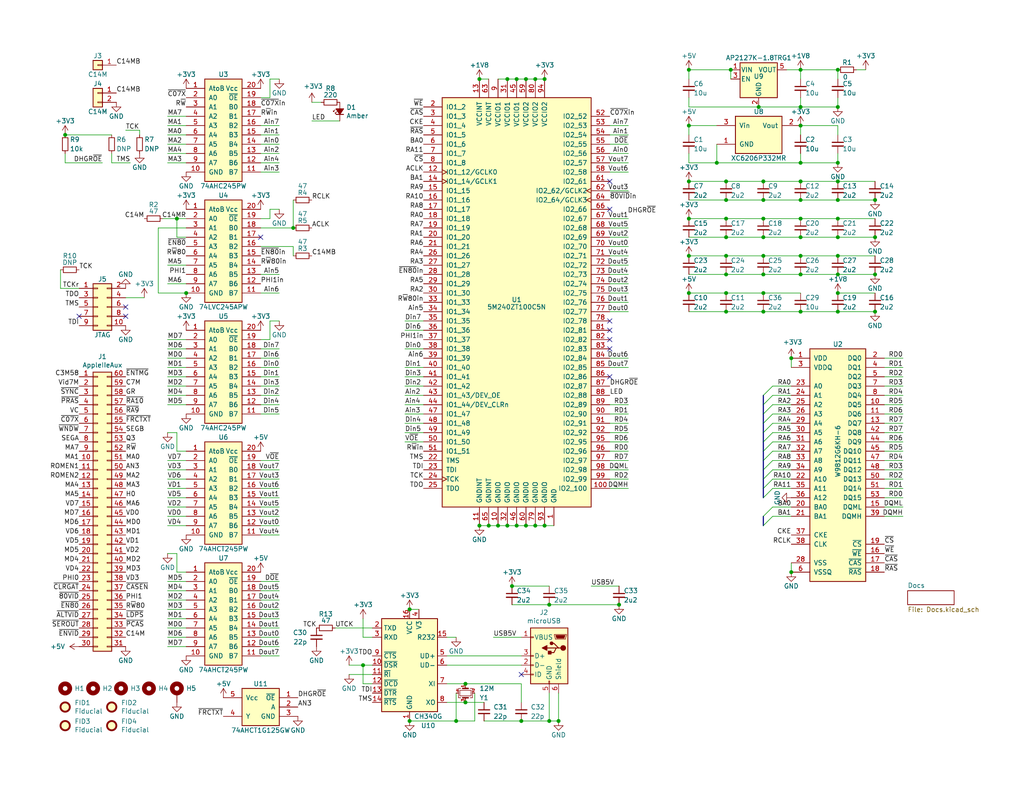
<source format=kicad_sch>
(kicad_sch (version 20230121) (generator eeschema)

  (uuid 0dd11af3-0465-4c84-bbb0-f3ae16a77316)

  (paper "USLetter")

  (title_block
    (title "GW4203B (RAM2E II) - EPM240 / 5M240Z / AG256")
    (date "2024-04-24")
    (rev "2.1")
    (company "Garrett's Workshop")
  )

  

  (junction (at 228.6 54.61) (diameter 0) (color 0 0 0 0)
    (uuid 0059b18c-bcd3-4c8e-823d-630a85b9047d)
  )
  (junction (at 208.28 59.69) (diameter 0) (color 0 0 0 0)
    (uuid 011b7542-9669-4748-a2e4-6e5efbb592b6)
  )
  (junction (at 198.12 80.01) (diameter 0) (color 0 0 0 0)
    (uuid 0a042fa6-8274-4040-b63f-e212b80e6556)
  )
  (junction (at 80.01 62.23) (diameter 0) (color 0 0 0 0)
    (uuid 0aab95f3-325b-4f6f-8922-62df77b62851)
  )
  (junction (at 218.44 19.05) (diameter 0) (color 0 0 0 0)
    (uuid 0c56f3ac-04fa-4baf-9d39-572641fd646b)
  )
  (junction (at 187.96 49.53) (diameter 0) (color 0 0 0 0)
    (uuid 0c7d1281-09ec-4048-ad18-f218874d7c78)
  )
  (junction (at 228.6 64.77) (diameter 0) (color 0 0 0 0)
    (uuid 14a12b81-849e-411d-858d-0b3108666163)
  )
  (junction (at 149.86 196.85) (diameter 0) (color 0 0 0 0)
    (uuid 1562f8b7-fa1c-410b-ab73-ce53b8301c5a)
  )
  (junction (at 228.6 85.09) (diameter 0) (color 0 0 0 0)
    (uuid 160dd0cd-8318-4108-a802-8e6045642334)
  )
  (junction (at 198.12 74.93) (diameter 0) (color 0 0 0 0)
    (uuid 194dd363-f81f-4344-8ffd-57d23bd8bc79)
  )
  (junction (at 228.6 80.01) (diameter 0) (color 0 0 0 0)
    (uuid 1cd200ba-3d14-43d9-b3ac-9e27038fe939)
  )
  (junction (at 208.28 69.85) (diameter 0) (color 0 0 0 0)
    (uuid 1f7e7493-60ff-4ae6-b57d-84ea206cb486)
  )
  (junction (at 218.44 85.09) (diameter 0) (color 0 0 0 0)
    (uuid 211b7878-7bca-43dd-b596-5167f5ee3af8)
  )
  (junction (at 208.28 64.77) (diameter 0) (color 0 0 0 0)
    (uuid 219597dd-4c29-49bc-ad89-395558238dc9)
  )
  (junction (at 111.76 166.37) (diameter 0) (color 0 0 0 0)
    (uuid 21ca9abf-ea57-49cf-9423-58199acae306)
  )
  (junction (at 168.91 165.1) (diameter 0) (color 0 0 0 0)
    (uuid 26900f7e-700e-40e0-9cf3-b701245dc78e)
  )
  (junction (at 228.6 74.93) (diameter 0) (color 0 0 0 0)
    (uuid 26d52578-7ede-47fa-ae07-a9b68c163c56)
  )
  (junction (at 238.76 64.77) (diameter 0) (color 0 0 0 0)
    (uuid 29417fc3-3202-4c46-9dce-f44c53ac5765)
  )
  (junction (at 198.12 69.85) (diameter 0) (color 0 0 0 0)
    (uuid 29fa37e8-eebc-4c34-915d-3f8165450826)
  )
  (junction (at 198.12 49.53) (diameter 0) (color 0 0 0 0)
    (uuid 2b50accc-18aa-4c4c-a193-633d6eb27012)
  )
  (junction (at 198.12 54.61) (diameter 0) (color 0 0 0 0)
    (uuid 2eb07d58-fd25-4d06-b564-9bc38bf2da07)
  )
  (junction (at 146.05 143.51) (diameter 0) (color 0 0 0 0)
    (uuid 2f97621e-6ee6-4240-866c-5eb89a8c2135)
  )
  (junction (at 215.9 97.79) (diameter 0) (color 0 0 0 0)
    (uuid 317ca426-ba7b-42b6-9322-3a8e6eb0907c)
  )
  (junction (at 152.4 196.85) (diameter 0) (color 0 0 0 0)
    (uuid 32aff099-2f21-4608-8ffe-15c7f7a66e22)
  )
  (junction (at 139.7 160.02) (diameter 0) (color 0 0 0 0)
    (uuid 39a0c9cc-7234-4fae-a6e6-3270f099ec44)
  )
  (junction (at 142.24 196.85) (diameter 0) (color 0 0 0 0)
    (uuid 3a811873-9631-49c6-bd6e-f9f117f4185b)
  )
  (junction (at 140.97 143.51) (diameter 0) (color 0 0 0 0)
    (uuid 3b6d1b5e-df37-407d-a191-c4d826f2ef4f)
  )
  (junction (at 199.39 19.05) (diameter 0) (color 0 0 0 0)
    (uuid 3dcd3ef5-cf00-440f-8384-20216c56afa4)
  )
  (junction (at 138.43 143.51) (diameter 0) (color 0 0 0 0)
    (uuid 44def0a9-c273-47e2-9e09-0873984426d9)
  )
  (junction (at 124.46 196.85) (diameter 0) (color 0 0 0 0)
    (uuid 4b43d8fa-192d-4b01-9066-4b536587fef2)
  )
  (junction (at 218.44 29.21) (diameter 0) (color 0 0 0 0)
    (uuid 4b6cd367-673b-4763-bfb0-2182335ae883)
  )
  (junction (at 146.05 21.59) (diameter 0) (color 0 0 0 0)
    (uuid 5351e433-1145-4526-b54c-4d932d32a44c)
  )
  (junction (at 218.44 44.45) (diameter 0) (color 0 0 0 0)
    (uuid 54fd5da1-2219-4046-9781-53935605ef32)
  )
  (junction (at 208.28 74.93) (diameter 0) (color 0 0 0 0)
    (uuid 56517e3d-b1d4-4ebc-95ac-90e4c96c174f)
  )
  (junction (at 187.96 80.01) (diameter 0) (color 0 0 0 0)
    (uuid 5d164c1c-6c96-4a22-a711-7e5ff7618d94)
  )
  (junction (at 218.44 49.53) (diameter 0) (color 0 0 0 0)
    (uuid 5e83c7d3-9a39-4259-aabb-b64d0908c93a)
  )
  (junction (at 208.28 80.01) (diameter 0) (color 0 0 0 0)
    (uuid 5f5dffa7-7098-47fb-981e-abf7abefd82a)
  )
  (junction (at 17.78 36.83) (diameter 0) (color 0 0 0 0)
    (uuid 65b918a4-b010-4840-b053-0a05307ba84d)
  )
  (junction (at 207.01 29.21) (diameter 0) (color 0 0 0 0)
    (uuid 6756d57a-a947-4642-9157-ff64064ac046)
  )
  (junction (at 148.59 21.59) (diameter 0) (color 0 0 0 0)
    (uuid 69bf2e86-dc67-4015-b785-ace70b1788f0)
  )
  (junction (at 198.12 85.09) (diameter 0) (color 0 0 0 0)
    (uuid 6d3b1ad9-d59b-44c6-8e7b-cea5b2d3f456)
  )
  (junction (at 187.96 59.69) (diameter 0) (color 0 0 0 0)
    (uuid 6dd9ea2c-88a3-4b2a-88ac-244a30bc4937)
  )
  (junction (at 138.43 21.59) (diameter 0) (color 0 0 0 0)
    (uuid 6f6aaae8-bd42-4946-8942-72593a5e81f7)
  )
  (junction (at 127 191.77) (diameter 0) (color 0 0 0 0)
    (uuid 756dbe77-564e-4ff5-9539-38cd8154f977)
  )
  (junction (at 140.97 21.59) (diameter 0) (color 0 0 0 0)
    (uuid 7b6a722c-c382-4903-b812-10180e243d14)
  )
  (junction (at 228.6 44.45) (diameter 0) (color 0 0 0 0)
    (uuid 8221dd51-8775-4897-b184-0ec081e09b74)
  )
  (junction (at 238.76 74.93) (diameter 0) (color 0 0 0 0)
    (uuid 83af5945-ea6f-4e76-b8b8-08749ac052a8)
  )
  (junction (at 215.9 156.21) (diameter 0) (color 0 0 0 0)
    (uuid 83f5b7cb-fd81-4212-9e4f-f840869dd073)
  )
  (junction (at 130.81 143.51) (diameter 0) (color 0 0 0 0)
    (uuid 849407f4-bdc9-4fcd-8ffb-3ba0bc4cdb0e)
  )
  (junction (at 133.35 143.51) (diameter 0) (color 0 0 0 0)
    (uuid 8c50f41d-a66b-4a1f-b05b-54a7611740bf)
  )
  (junction (at 198.12 64.77) (diameter 0) (color 0 0 0 0)
    (uuid 8d532e02-27bd-494c-a644-3f491d71ab2d)
  )
  (junction (at 208.28 85.09) (diameter 0) (color 0 0 0 0)
    (uuid 90839900-f1f8-4ce6-a65f-d9681111e9a0)
  )
  (junction (at 135.89 143.51) (diameter 0) (color 0 0 0 0)
    (uuid 92be92e1-db86-4c36-94e4-7b911752b343)
  )
  (junction (at 195.58 44.45) (diameter 0) (color 0 0 0 0)
    (uuid 94930711-6b70-4106-b24d-acb046fb6224)
  )
  (junction (at 218.44 59.69) (diameter 0) (color 0 0 0 0)
    (uuid 9612a49b-e04a-4da5-bf8a-7d03a70aeca6)
  )
  (junction (at 208.28 49.53) (diameter 0) (color 0 0 0 0)
    (uuid 9bba5f0c-715e-4657-8c84-6265d62d8288)
  )
  (junction (at 228.6 59.69) (diameter 0) (color 0 0 0 0)
    (uuid 9d053592-c297-48a9-aefc-09a25fa78b79)
  )
  (junction (at 238.76 85.09) (diameter 0) (color 0 0 0 0)
    (uuid a4b8bfef-1648-422c-bbba-f9b2cb873b99)
  )
  (junction (at 187.96 69.85) (diameter 0) (color 0 0 0 0)
    (uuid a70b1ed1-d692-4daa-b01a-36f5e1ad206c)
  )
  (junction (at 218.44 54.61) (diameter 0) (color 0 0 0 0)
    (uuid a7abc4d3-69d7-4897-8527-476a27436be0)
  )
  (junction (at 143.51 143.51) (diameter 0) (color 0 0 0 0)
    (uuid ab62a684-7fa7-4fce-bdc6-22b9b20739a8)
  )
  (junction (at 148.59 143.51) (diameter 0) (color 0 0 0 0)
    (uuid adb67abe-8f6c-4106-be1e-5dcc3853439c)
  )
  (junction (at 50.8 80.01) (diameter 0) (color 0 0 0 0)
    (uuid b4f2582b-db51-4fe2-8573-c61e30cfec1a)
  )
  (junction (at 143.51 21.59) (diameter 0) (color 0 0 0 0)
    (uuid bcda69b0-2eaa-401e-9446-c1ebefb34f66)
  )
  (junction (at 218.44 74.93) (diameter 0) (color 0 0 0 0)
    (uuid c1245f8b-6122-413d-89cd-936ee6602cef)
  )
  (junction (at 218.44 34.29) (diameter 0) (color 0 0 0 0)
    (uuid c1575617-34e1-42f0-a187-454d740838c6)
  )
  (junction (at 48.26 59.69) (diameter 0) (color 0 0 0 0)
    (uuid c1e18a9e-3ff8-471a-b719-7bb4509f6e99)
  )
  (junction (at 130.81 21.59) (diameter 0) (color 0 0 0 0)
    (uuid c9d011d7-8022-4d9d-987a-d2ef95faff05)
  )
  (junction (at 99.06 181.61) (diameter 0) (color 0 0 0 0)
    (uuid d1c281bd-4b75-46ad-b241-e4fbe5ad4da2)
  )
  (junction (at 187.96 19.05) (diameter 0) (color 0 0 0 0)
    (uuid d2133214-5d10-412a-9684-f750fe9bb0c3)
  )
  (junction (at 208.28 54.61) (diameter 0) (color 0 0 0 0)
    (uuid d581c5bd-5916-4f3c-a17d-63a8753f6ff4)
  )
  (junction (at 228.6 69.85) (diameter 0) (color 0 0 0 0)
    (uuid d68f3fa0-b572-46db-bdbe-97ac43a1cbb0)
  )
  (junction (at 111.76 196.85) (diameter 0) (color 0 0 0 0)
    (uuid ddbcd314-1506-4933-b457-886200a50a5c)
  )
  (junction (at 198.12 59.69) (diameter 0) (color 0 0 0 0)
    (uuid dffa7438-79a0-4174-bb5b-a58d3090f13c)
  )
  (junction (at 218.44 64.77) (diameter 0) (color 0 0 0 0)
    (uuid e0476451-ca9f-4e1d-b8a2-8d093bdf070c)
  )
  (junction (at 127 186.69) (diameter 0) (color 0 0 0 0)
    (uuid e0a987c5-8169-4afc-ac9a-df7071f8a54e)
  )
  (junction (at 228.6 19.05) (diameter 0) (color 0 0 0 0)
    (uuid e31343fa-c287-4dbb-84c4-47fd35ee6c18)
  )
  (junction (at 228.6 49.53) (diameter 0) (color 0 0 0 0)
    (uuid ec4e95dc-ccd0-40ab-a8c9-cd8810f64c59)
  )
  (junction (at 228.6 29.21) (diameter 0) (color 0 0 0 0)
    (uuid f2c83551-71c4-47c9-972d-2329787b9b2a)
  )
  (junction (at 149.86 165.1) (diameter 0) (color 0 0 0 0)
    (uuid f4731846-bca5-49d4-a728-47b6eb147050)
  )
  (junction (at 238.76 54.61) (diameter 0) (color 0 0 0 0)
    (uuid f661fc3b-486a-4276-80fa-a47ceae15c29)
  )
  (junction (at 187.96 34.29) (diameter 0) (color 0 0 0 0)
    (uuid fd641bc8-36ae-4fe1-94af-ab5a6f6ddebd)
  )
  (junction (at 218.44 69.85) (diameter 0) (color 0 0 0 0)
    (uuid fe948141-dfb5-45fe-8571-f06b20a10154)
  )

  (no_connect (at 71.12 64.77) (uuid 1dad6c87-1b1c-4c56-8f12-fa160d4940b5))
  (no_connect (at 166.37 102.87) (uuid 3f1ac660-9317-4266-8945-8d9cc2c276f0))
  (no_connect (at 166.37 49.53) (uuid 4beeb98d-936e-4ba6-8677-13ba0ac6ec2e))
  (no_connect (at 166.37 57.15) (uuid 6d9e4232-a0f1-4f9a-ac74-9b9bde238965))
  (no_connect (at 142.24 184.15) (uuid 7749c44b-dab4-41d1-9c8a-5be15a18f369))
  (no_connect (at 21.59 86.36) (uuid acf96ce8-9651-41ca-8b58-c7a6d5ab404f))
  (no_connect (at 166.37 95.25) (uuid c12553ee-aac9-4328-a3ca-3aec688d527f))
  (no_connect (at 34.29 86.36) (uuid d60cc1d4-8d2a-4bf0-b1f3-a6caf49e6682))
  (no_connect (at 166.37 87.63) (uuid e38999cb-c37a-470d-a317-9ce787e283e3))
  (no_connect (at 166.37 90.17) (uuid e9588708-bc08-427f-af11-a32aeab85a37))
  (no_connect (at 34.29 83.82) (uuid ee7bb785-8a53-443b-979e-b5f7fdfab84d))
  (no_connect (at 166.37 92.71) (uuid fcf50225-0512-4553-9bbc-60375ef03aa3))

  (bus_entry (at 210.82 128.27) (size -2.54 2.54)
    (stroke (width 0) (type default))
    (uuid 029f1e89-6833-433d-a0c0-26e14a6218b1)
  )
  (bus_entry (at 210.82 110.49) (size -2.54 2.54)
    (stroke (width 0) (type default))
    (uuid 0576f4ba-1d68-496c-9d38-6837afd7afe7)
  )
  (bus_entry (at 210.82 133.35) (size -2.54 2.54)
    (stroke (width 0) (type default))
    (uuid 477e4c54-d0d4-4000-bda5-e15e8763678b)
  )
  (bus_entry (at 210.82 130.81) (size -2.54 2.54)
    (stroke (width 0) (type default))
    (uuid 76e18a51-dee4-4dd7-86f8-5c3ed817632e)
  )
  (bus_entry (at 210.82 107.95) (size -2.54 2.54)
    (stroke (width 0) (type default))
    (uuid 96a2ceda-22bb-49af-a29a-64aba556876e)
  )
  (bus_entry (at 210.82 120.65) (size -2.54 2.54)
    (stroke (width 0) (type default))
    (uuid 9aa41e7d-e963-46f9-ade5-1761d4e5afce)
  )
  (bus_entry (at 210.82 138.43) (size -2.54 2.54)
    (stroke (width 0) (type default))
    (uuid 9f0de424-1606-41b2-bc38-c7cbd6d941a9)
  )
  (bus_entry (at 210.82 125.73) (size -2.54 2.54)
    (stroke (width 0) (type default))
    (uuid a7f28309-a719-4354-a362-06b80aab9d35)
  )
  (bus_entry (at 210.82 105.41) (size -2.54 2.54)
    (stroke (width 0) (type default))
    (uuid ac7eff84-105e-43a8-869b-974745cf33c6)
  )
  (bus_entry (at 210.82 113.03) (size -2.54 2.54)
    (stroke (width 0) (type default))
    (uuid bf274bc3-9eaf-461a-938d-89a34df3fc41)
  )
  (bus_entry (at 210.82 118.11) (size -2.54 2.54)
    (stroke (width 0) (type default))
    (uuid c2dd908b-a03b-43d8-a169-1cc496f35078)
  )
  (bus_entry (at 210.82 140.97) (size -2.54 2.54)
    (stroke (width 0) (type default))
    (uuid f20f9977-4343-4f16-b439-67a15c4e4c61)
  )
  (bus_entry (at 210.82 123.19) (size -2.54 2.54)
    (stroke (width 0) (type default))
    (uuid f5fa5106-9a59-45fd-9cef-ce559a9ad8b6)
  )
  (bus_entry (at 210.82 115.57) (size -2.54 2.54)
    (stroke (width 0) (type default))
    (uuid fe00ebbb-70f4-4930-b032-b5297bdcdb2a)
  )

  (wire (pts (xy 149.86 165.1) (xy 168.91 165.1))
    (stroke (width 0) (type default))
    (uuid 005709bf-c560-49f2-8558-33f3d9399194)
  )
  (wire (pts (xy 76.2 41.91) (xy 71.12 41.91))
    (stroke (width 0) (type default))
    (uuid 0128f967-35c6-4c3d-be5c-2077acb3d0d0)
  )
  (wire (pts (xy 110.49 95.25) (xy 115.57 95.25))
    (stroke (width 0) (type default))
    (uuid 014510ed-e339-41ba-8ccf-1a30dc512f19)
  )
  (wire (pts (xy 76.2 34.29) (xy 71.12 34.29))
    (stroke (width 0) (type default))
    (uuid 020f3f72-2162-4ed8-aec2-8ba6831812ff)
  )
  (wire (pts (xy 198.12 59.69) (xy 208.28 59.69))
    (stroke (width 0) (type default))
    (uuid 03e3892e-4eed-4dd0-b962-325820e5000f)
  )
  (wire (pts (xy 45.72 138.43) (xy 50.8 138.43))
    (stroke (width 0) (type default))
    (uuid 04f52f69-8fd3-4d21-8c02-6b4327316742)
  )
  (wire (pts (xy 166.37 130.81) (xy 171.45 130.81))
    (stroke (width 0) (type default))
    (uuid 06e8422a-f5f2-4c42-931b-d8a2e0861e56)
  )
  (wire (pts (xy 187.96 49.53) (xy 198.12 49.53))
    (stroke (width 0) (type default))
    (uuid 079bc002-badd-4a9d-8064-67eb157fc4d5)
  )
  (wire (pts (xy 198.12 74.93) (xy 208.28 74.93))
    (stroke (width 0) (type default))
    (uuid 07d71b67-ffb6-4ab8-8635-2c09b64d53cd)
  )
  (wire (pts (xy 171.45 115.57) (xy 166.37 115.57))
    (stroke (width 0) (type default))
    (uuid 07dfff43-f9a2-44e3-af20-cdd25e535814)
  )
  (wire (pts (xy 76.2 166.37) (xy 71.12 166.37))
    (stroke (width 0) (type default))
    (uuid 08284c14-675d-42f1-8c55-2ffa3589218f)
  )
  (wire (pts (xy 80.01 54.61) (xy 80.01 62.23))
    (stroke (width 0) (type default))
    (uuid 08472b81-db9d-4cf7-9421-23d64ba8ef29)
  )
  (wire (pts (xy 45.72 168.91) (xy 50.8 168.91))
    (stroke (width 0) (type default))
    (uuid 088af8af-30e0-4d66-b5ac-befca9addc81)
  )
  (wire (pts (xy 149.86 196.85) (xy 142.24 196.85))
    (stroke (width 0) (type default))
    (uuid 08a2644a-b7f8-4e60-81f3-39c6ce251015)
  )
  (wire (pts (xy 171.45 62.23) (xy 166.37 62.23))
    (stroke (width 0) (type default))
    (uuid 08f1a4a0-6eaf-419d-bf83-10c092fc6738)
  )
  (wire (pts (xy 76.2 100.33) (xy 71.12 100.33))
    (stroke (width 0) (type default))
    (uuid 08f928a7-9c83-4b91-ac01-a79d63f2d45f)
  )
  (wire (pts (xy 17.78 44.45) (xy 17.78 41.91))
    (stroke (width 0) (type default))
    (uuid 0967ba8f-0810-4f5f-b1d9-28b7503cad3d)
  )
  (wire (pts (xy 50.8 156.21) (xy 48.26 156.21))
    (stroke (width 0) (type default))
    (uuid 097be1ed-1ded-4f86-b186-8c6577eb2c26)
  )
  (wire (pts (xy 76.2 161.29) (xy 71.12 161.29))
    (stroke (width 0) (type default))
    (uuid 0bf85ec3-be49-4b1a-acdc-00146ad2d723)
  )
  (wire (pts (xy 73.66 57.15) (xy 73.66 59.69))
    (stroke (width 0) (type default))
    (uuid 0c3587c5-1508-4f1a-bd5e-452d3f4e92aa)
  )
  (wire (pts (xy 166.37 123.19) (xy 171.45 123.19))
    (stroke (width 0) (type default))
    (uuid 0d6c18c7-944b-40bd-ab99-cd418f48e7f3)
  )
  (wire (pts (xy 187.96 29.21) (xy 207.01 29.21))
    (stroke (width 0) (type default))
    (uuid 0fc1c104-49af-41ef-927a-86065cf9244d)
  )
  (wire (pts (xy 45.72 163.83) (xy 50.8 163.83))
    (stroke (width 0) (type default))
    (uuid 102379cf-b0c5-4970-816a-fb3e0ded86e8)
  )
  (wire (pts (xy 45.72 173.99) (xy 50.8 173.99))
    (stroke (width 0) (type default))
    (uuid 109a9a14-cdea-4523-8c38-4c274db3ad11)
  )
  (wire (pts (xy 215.9 115.57) (xy 210.82 115.57))
    (stroke (width 0) (type default))
    (uuid 10cfd500-1ad9-4632-a3aa-36623b61aec2)
  )
  (wire (pts (xy 246.38 118.11) (xy 241.3 118.11))
    (stroke (width 0) (type default))
    (uuid 119ee50b-3759-4653-899d-72997c5d81ca)
  )
  (wire (pts (xy 215.9 130.81) (xy 210.82 130.81))
    (stroke (width 0) (type default))
    (uuid 11b19dbd-1713-498a-8603-a9528169638e)
  )
  (bus (pts (xy 208.28 128.27) (xy 208.28 130.81))
    (stroke (width 0) (type default))
    (uuid 1255d308-4cf7-4574-91ab-0ce746d7c1a0)
  )

  (wire (pts (xy 171.45 85.09) (xy 166.37 85.09))
    (stroke (width 0) (type default))
    (uuid 12d3fcef-d982-444b-be71-681e941cf0e6)
  )
  (wire (pts (xy 76.2 95.25) (xy 71.12 95.25))
    (stroke (width 0) (type default))
    (uuid 12efa229-efc6-41c3-a5d2-237b462d86b8)
  )
  (wire (pts (xy 76.2 163.83) (xy 71.12 163.83))
    (stroke (width 0) (type default))
    (uuid 152a7787-4307-471c-aae3-cae4528157b4)
  )
  (wire (pts (xy 187.96 74.93) (xy 198.12 74.93))
    (stroke (width 0) (type default))
    (uuid 1555d3f4-4a3c-4b27-bc73-568bbdf65126)
  )
  (wire (pts (xy 76.2 107.95) (xy 71.12 107.95))
    (stroke (width 0) (type default))
    (uuid 15d0a934-09dc-49de-8d88-8d84712e19e4)
  )
  (wire (pts (xy 16.51 73.66) (xy 16.51 78.74))
    (stroke (width 0) (type default))
    (uuid 1640afd8-66d7-49ec-9cf8-03851db4909d)
  )
  (wire (pts (xy 45.72 105.41) (xy 50.8 105.41))
    (stroke (width 0) (type default))
    (uuid 1761b802-ce77-42da-8328-8beec646adce)
  )
  (wire (pts (xy 139.7 160.02) (xy 149.86 160.02))
    (stroke (width 0) (type default))
    (uuid 177cb4fb-4d8c-4fc0-bcac-da77eb0775a0)
  )
  (wire (pts (xy 171.45 113.03) (xy 166.37 113.03))
    (stroke (width 0) (type default))
    (uuid 1945cc98-8eaa-4a54-b125-dd97cf5f26f7)
  )
  (wire (pts (xy 238.76 85.09) (xy 228.6 85.09))
    (stroke (width 0) (type default))
    (uuid 19ff236d-87e1-47b4-81ff-a7165c367414)
  )
  (wire (pts (xy 48.26 123.19) (xy 48.26 118.11))
    (stroke (width 0) (type default))
    (uuid 1a4f9a0e-0aad-4b91-a0b2-d5cd57a3f45e)
  )
  (wire (pts (xy 187.96 44.45) (xy 195.58 44.45))
    (stroke (width 0) (type default))
    (uuid 1a620923-2b7a-49f8-9a25-f605b1cb349a)
  )
  (wire (pts (xy 43.18 62.23) (xy 43.18 80.01))
    (stroke (width 0) (type default))
    (uuid 1b857bb7-1b9d-4943-a688-d84edce47304)
  )
  (wire (pts (xy 218.44 29.21) (xy 218.44 26.67))
    (stroke (width 0) (type default))
    (uuid 1b89f872-adbf-40ca-b2ac-a5c2e1ad903c)
  )
  (wire (pts (xy 43.18 80.01) (xy 50.8 80.01))
    (stroke (width 0) (type default))
    (uuid 1bc1c667-c167-4a82-ad4c-353836bd2105)
  )
  (wire (pts (xy 121.92 186.69) (xy 127 186.69))
    (stroke (width 0) (type default))
    (uuid 1bc4e259-a429-4d1a-b8d4-690fe40112fd)
  )
  (wire (pts (xy 21.59 78.74) (xy 16.51 78.74))
    (stroke (width 0) (type default))
    (uuid 1cc15376-6d3b-49ae-84cd-aa499ee3e3cc)
  )
  (wire (pts (xy 127 186.69) (xy 142.24 186.69))
    (stroke (width 0) (type default))
    (uuid 1da07f4b-043c-4574-8337-e4407f4e20c5)
  )
  (wire (pts (xy 148.59 143.51) (xy 151.13 143.51))
    (stroke (width 0) (type default))
    (uuid 1efbbe38-c041-476f-9eb6-04608fbd85d0)
  )
  (wire (pts (xy 218.44 74.93) (xy 228.6 74.93))
    (stroke (width 0) (type default))
    (uuid 1f170376-a208-4fe9-8620-e0bed14414fe)
  )
  (wire (pts (xy 161.29 160.02) (xy 168.91 160.02))
    (stroke (width 0) (type default))
    (uuid 2078ee27-b645-46c0-8a27-d08382552a53)
  )
  (wire (pts (xy 45.72 176.53) (xy 50.8 176.53))
    (stroke (width 0) (type default))
    (uuid 20a8402f-44f7-469d-a276-8c1f8f5d2814)
  )
  (wire (pts (xy 215.9 107.95) (xy 210.82 107.95))
    (stroke (width 0) (type default))
    (uuid 2127a8c1-3c14-452e-b492-7fe3db8b903a)
  )
  (wire (pts (xy 76.2 146.05) (xy 71.12 146.05))
    (stroke (width 0) (type default))
    (uuid 2198f966-1e9b-43b9-8f6c-8bb2c38b5885)
  )
  (wire (pts (xy 246.38 128.27) (xy 241.3 128.27))
    (stroke (width 0) (type default))
    (uuid 21dfa52e-b772-42b1-917d-0d9b2d695c03)
  )
  (wire (pts (xy 215.9 140.97) (xy 210.82 140.97))
    (stroke (width 0) (type default))
    (uuid 221395ac-01cd-4679-b134-43957f06b181)
  )
  (wire (pts (xy 110.49 107.95) (xy 115.57 107.95))
    (stroke (width 0) (type default))
    (uuid 23ecfdf9-f002-4317-8079-2960bb43c0ac)
  )
  (wire (pts (xy 76.2 36.83) (xy 71.12 36.83))
    (stroke (width 0) (type default))
    (uuid 248a3372-36ef-47c0-be8c-3b4166438279)
  )
  (wire (pts (xy 71.12 158.75) (xy 76.2 158.75))
    (stroke (width 0) (type default))
    (uuid 2521eb03-65b3-425d-bc1a-da85d4811a90)
  )
  (wire (pts (xy 76.2 173.99) (xy 71.12 173.99))
    (stroke (width 0) (type default))
    (uuid 262cf6e0-a274-45b2-8388-5f0e267f8a3c)
  )
  (wire (pts (xy 171.45 69.85) (xy 166.37 69.85))
    (stroke (width 0) (type default))
    (uuid 26b6244c-c72f-4e5f-98f4-6de2f53e041f)
  )
  (wire (pts (xy 48.26 118.11) (xy 45.72 118.11))
    (stroke (width 0) (type default))
    (uuid 27045176-b7ff-41a4-97c6-4ceb2e45c6f5)
  )
  (wire (pts (xy 143.51 143.51) (xy 140.97 143.51))
    (stroke (width 0) (type default))
    (uuid 27607d1f-e77b-47b7-aad6-23f308062c7f)
  )
  (wire (pts (xy 148.59 143.51) (xy 146.05 143.51))
    (stroke (width 0) (type default))
    (uuid 287ddbb4-96c3-4c79-b9a7-1f34913d0d9a)
  )
  (wire (pts (xy 115.57 120.65) (xy 110.49 120.65))
    (stroke (width 0) (type default))
    (uuid 28d3bc8f-3c64-4f16-9ff9-6f16404fd02b)
  )
  (wire (pts (xy 215.9 123.19) (xy 210.82 123.19))
    (stroke (width 0) (type default))
    (uuid 29299772-d96f-48cd-9757-36d928cd151f)
  )
  (wire (pts (xy 45.72 166.37) (xy 50.8 166.37))
    (stroke (width 0) (type default))
    (uuid 2a54b129-c89c-42d5-8665-6603aa18b80e)
  )
  (wire (pts (xy 76.2 44.45) (xy 71.12 44.45))
    (stroke (width 0) (type default))
    (uuid 2af6c12c-6336-45b1-bb6b-ac7916b8504e)
  )
  (wire (pts (xy 228.6 49.53) (xy 238.76 49.53))
    (stroke (width 0) (type default))
    (uuid 2b077aa5-326f-422b-a94a-65bd6d88cc3d)
  )
  (wire (pts (xy 110.49 118.11) (xy 115.57 118.11))
    (stroke (width 0) (type default))
    (uuid 2b35f28d-190e-4830-8ae7-f2b301f02b96)
  )
  (wire (pts (xy 121.92 173.99) (xy 124.46 173.99))
    (stroke (width 0) (type default))
    (uuid 2b4f9f0f-d78f-497e-8409-984ad6411ab2)
  )
  (wire (pts (xy 208.28 49.53) (xy 218.44 49.53))
    (stroke (width 0) (type default))
    (uuid 2d08ffb2-9490-4c38-8657-0be49696aab4)
  )
  (wire (pts (xy 198.12 49.53) (xy 208.28 49.53))
    (stroke (width 0) (type default))
    (uuid 2e1bc710-4228-4a81-8283-0fe02dd32e72)
  )
  (wire (pts (xy 85.09 27.94) (xy 87.63 27.94))
    (stroke (width 0) (type default))
    (uuid 2ef0029e-168c-4ead-bc99-39df34e10cbe)
  )
  (wire (pts (xy 246.38 133.35) (xy 241.3 133.35))
    (stroke (width 0) (type default))
    (uuid 2f587dee-d735-4854-be32-3a01529f2e64)
  )
  (wire (pts (xy 228.6 74.93) (xy 238.76 74.93))
    (stroke (width 0) (type default))
    (uuid 2fe7a36b-539f-450e-95ae-4b9b7c4198fa)
  )
  (wire (pts (xy 76.2 143.51) (xy 71.12 143.51))
    (stroke (width 0) (type default))
    (uuid 30dd4cd6-1f2b-44a4-8479-14b5428c5920)
  )
  (wire (pts (xy 208.28 80.01) (xy 218.44 80.01))
    (stroke (width 0) (type default))
    (uuid 310a2b6a-62a5-4045-bcf1-09ee3f1069bd)
  )
  (wire (pts (xy 45.72 44.45) (xy 50.8 44.45))
    (stroke (width 0) (type default))
    (uuid 31a0033c-7480-4bd1-9608-615387199ee1)
  )
  (wire (pts (xy 73.66 57.15) (xy 76.2 57.15))
    (stroke (width 0) (type default))
    (uuid 324730de-9d8e-4937-a766-7965985b7a25)
  )
  (wire (pts (xy 71.12 67.31) (xy 80.01 67.31))
    (stroke (width 0) (type default))
    (uuid 32963958-da5e-4670-b9ab-d96c64cdf9d4)
  )
  (wire (pts (xy 215.9 138.43) (xy 210.82 138.43))
    (stroke (width 0) (type default))
    (uuid 33da1b94-6b6e-4ef8-b959-2c50fd0ef737)
  )
  (wire (pts (xy 127 191.77) (xy 132.08 191.77))
    (stroke (width 0) (type default))
    (uuid 355d1c6c-03eb-4a22-93c4-15589047bf51)
  )
  (wire (pts (xy 76.2 135.89) (xy 71.12 135.89))
    (stroke (width 0) (type default))
    (uuid 35ea0bba-cc5c-4fbf-84b5-195c6f90a50c)
  )
  (wire (pts (xy 71.12 26.67) (xy 73.66 26.67))
    (stroke (width 0) (type default))
    (uuid 371c9b56-6567-48cb-9cd8-c6275ff35154)
  )
  (wire (pts (xy 45.72 41.91) (xy 50.8 41.91))
    (stroke (width 0) (type default))
    (uuid 371dd5ca-3170-467a-8038-75f79a4e7072)
  )
  (wire (pts (xy 17.78 44.45) (xy 27.94 44.45))
    (stroke (width 0) (type default))
    (uuid 37533def-1635-4b49-9f69-0ec52029b5f6)
  )
  (bus (pts (xy 208.28 125.73) (xy 208.28 128.27))
    (stroke (width 0) (type default))
    (uuid 37884c50-deb4-4714-bd01-4bc4942ab872)
  )

  (wire (pts (xy 45.72 133.35) (xy 50.8 133.35))
    (stroke (width 0) (type default))
    (uuid 395e7347-1e6e-4e1b-a3d3-34d7e039d3d4)
  )
  (wire (pts (xy 246.38 123.19) (xy 241.3 123.19))
    (stroke (width 0) (type default))
    (uuid 3c01bd12-1fe5-4184-ac9c-fb6421701d1e)
  )
  (wire (pts (xy 45.72 128.27) (xy 50.8 128.27))
    (stroke (width 0) (type default))
    (uuid 3c6fb61b-271c-4f62-9a8b-ca6e4302b9c8)
  )
  (wire (pts (xy 95.25 181.61) (xy 99.06 181.61))
    (stroke (width 0) (type default))
    (uuid 3fec6bd7-8928-409d-bc32-7ed5ed3150a6)
  )
  (wire (pts (xy 45.72 72.39) (xy 50.8 72.39))
    (stroke (width 0) (type default))
    (uuid 403f0cd9-a285-449b-8d66-9cf3e1aaaae8)
  )
  (wire (pts (xy 142.24 196.85) (xy 132.08 196.85))
    (stroke (width 0) (type default))
    (uuid 40756da3-ef61-40ac-a2e1-e722e91d7b0e)
  )
  (wire (pts (xy 48.26 59.69) (xy 48.26 64.77))
    (stroke (width 0) (type default))
    (uuid 41167c49-98d4-4348-be76-6c2cb9c4f5e1)
  )
  (wire (pts (xy 44.45 59.69) (xy 48.26 59.69))
    (stroke (width 0) (type default))
    (uuid 458cf876-2052-4381-81c8-9d2a8f86b233)
  )
  (wire (pts (xy 45.72 102.87) (xy 50.8 102.87))
    (stroke (width 0) (type default))
    (uuid 480ef8c3-f8fb-4a17-b015-b3cb850c82ac)
  )
  (wire (pts (xy 110.49 115.57) (xy 115.57 115.57))
    (stroke (width 0) (type default))
    (uuid 48770c6d-f6ae-42db-924e-d1c39b81667c)
  )
  (wire (pts (xy 76.2 130.81) (xy 71.12 130.81))
    (stroke (width 0) (type default))
    (uuid 4a4ffcd2-406d-4cdc-bd51-d9c3e5f081a2)
  )
  (wire (pts (xy 246.38 105.41) (xy 241.3 105.41))
    (stroke (width 0) (type default))
    (uuid 4aabebd3-2e08-46e5-a29a-8080039d1c03)
  )
  (wire (pts (xy 38.1 35.56) (xy 34.29 35.56))
    (stroke (width 0) (type default))
    (uuid 4cb3b2e6-0242-46aa-8b21-91b682c00dcc)
  )
  (wire (pts (xy 215.9 156.21) (xy 215.9 153.67))
    (stroke (width 0) (type default))
    (uuid 4ce25ae4-3387-4954-a939-7cba91df6d93)
  )
  (wire (pts (xy 139.7 165.1) (xy 149.86 165.1))
    (stroke (width 0) (type default))
    (uuid 4f37762a-9682-4adc-b328-3bc060a67f21)
  )
  (wire (pts (xy 171.45 110.49) (xy 166.37 110.49))
    (stroke (width 0) (type default))
    (uuid 504bb904-b6ef-4dc1-b8e7-8e05e9282ca9)
  )
  (wire (pts (xy 146.05 21.59) (xy 143.51 21.59))
    (stroke (width 0) (type default))
    (uuid 51e6fbde-ce39-4958-b8b5-4ea6b4a08073)
  )
  (wire (pts (xy 228.6 44.45) (xy 228.6 41.91))
    (stroke (width 0) (type default))
    (uuid 528c5930-78fb-43ad-b1e8-efc4c8159c0b)
  )
  (bus (pts (xy 208.28 133.35) (xy 208.28 135.89))
    (stroke (width 0) (type default))
    (uuid 53244e19-7668-4ace-aaa2-2d75ca434980)
  )

  (wire (pts (xy 48.26 151.13) (xy 45.72 151.13))
    (stroke (width 0) (type default))
    (uuid 53a9cb55-2f60-4bff-80ab-e9937a0a5537)
  )
  (wire (pts (xy 246.38 107.95) (xy 241.3 107.95))
    (stroke (width 0) (type default))
    (uuid 53b7f516-0e18-40c6-8679-68a3a94db3ba)
  )
  (wire (pts (xy 218.44 21.59) (xy 218.44 19.05))
    (stroke (width 0) (type default))
    (uuid 54e48f08-3731-4d42-9b1f-6394793e7bf2)
  )
  (wire (pts (xy 187.96 29.21) (xy 187.96 26.67))
    (stroke (width 0) (type default))
    (uuid 54e4e498-0ddb-428d-abbd-28cf4fdcc81b)
  )
  (wire (pts (xy 215.9 113.03) (xy 210.82 113.03))
    (stroke (width 0) (type default))
    (uuid 5531a060-f0d0-4850-9752-44f29ab4a628)
  )
  (wire (pts (xy 246.38 102.87) (xy 241.3 102.87))
    (stroke (width 0) (type default))
    (uuid 5676a45d-d388-4f71-ae14-4c5d67d8d9dd)
  )
  (wire (pts (xy 45.72 171.45) (xy 50.8 171.45))
    (stroke (width 0) (type default))
    (uuid 56a0f2ce-bc82-4ce7-939d-955498a84337)
  )
  (wire (pts (xy 130.81 21.59) (xy 133.35 21.59))
    (stroke (width 0) (type default))
    (uuid 572540e7-0916-462c-bc7b-d2c896789994)
  )
  (wire (pts (xy 218.44 69.85) (xy 228.6 69.85))
    (stroke (width 0) (type default))
    (uuid 574e6c98-202a-4c73-94fc-ccace90851b5)
  )
  (wire (pts (xy 76.2 133.35) (xy 71.12 133.35))
    (stroke (width 0) (type default))
    (uuid 57591bcb-4ae9-4e14-98e8-ca326455c5f3)
  )
  (wire (pts (xy 143.51 21.59) (xy 140.97 21.59))
    (stroke (width 0) (type default))
    (uuid 57f22bcf-ebe3-4d4f-ac03-2ea98385d22a)
  )
  (wire (pts (xy 195.58 44.45) (xy 195.58 39.37))
    (stroke (width 0) (type default))
    (uuid 58686521-ac7d-4643-bafc-57ab4c4a46a9)
  )
  (wire (pts (xy 48.26 64.77) (xy 50.8 64.77))
    (stroke (width 0) (type default))
    (uuid 5918c497-8f26-46d4-9b01-c1b01a95f214)
  )
  (wire (pts (xy 228.6 34.29) (xy 218.44 34.29))
    (stroke (width 0) (type default))
    (uuid 59fad513-9b3e-458c-b252-fb5b084b759a)
  )
  (bus (pts (xy 208.28 130.81) (xy 208.28 133.35))
    (stroke (width 0) (type default))
    (uuid 5a6aea9e-ad99-4072-a714-d2585e93c085)
  )

  (wire (pts (xy 187.96 19.05) (xy 187.96 21.59))
    (stroke (width 0) (type default))
    (uuid 5a74faee-196a-4f1e-98ee-d73326fa4c02)
  )
  (bus (pts (xy 208.28 107.95) (xy 208.28 110.49))
    (stroke (width 0) (type default))
    (uuid 5c449da8-fe19-4781-b722-9b840a0e07a5)
  )

  (wire (pts (xy 17.78 36.83) (xy 30.48 36.83))
    (stroke (width 0) (type default))
    (uuid 5f29ccf9-eb62-44cb-90c6-ec091c1ed605)
  )
  (wire (pts (xy 171.45 100.33) (xy 166.37 100.33))
    (stroke (width 0) (type default))
    (uuid 6086315b-9945-4dc6-a6cb-b6b44db7fcc1)
  )
  (wire (pts (xy 171.45 77.47) (xy 166.37 77.47))
    (stroke (width 0) (type default))
    (uuid 615de56d-da17-4f8e-ba22-ff849d5b4ed8)
  )
  (wire (pts (xy 71.12 125.73) (xy 76.2 125.73))
    (stroke (width 0) (type default))
    (uuid 620ac344-0298-48f7-ac7b-185285dea01d)
  )
  (wire (pts (xy 45.72 135.89) (xy 50.8 135.89))
    (stroke (width 0) (type default))
    (uuid 628511c4-607f-4257-be68-015b9fd98d9e)
  )
  (wire (pts (xy 110.49 102.87) (xy 115.57 102.87))
    (stroke (width 0) (type default))
    (uuid 64da7863-94d2-47aa-adac-5487f1053e05)
  )
  (wire (pts (xy 171.45 74.93) (xy 166.37 74.93))
    (stroke (width 0) (type default))
    (uuid 64f5d331-b08a-4b99-850c-6d754274cd45)
  )
  (wire (pts (xy 171.45 64.77) (xy 166.37 64.77))
    (stroke (width 0) (type default))
    (uuid 66de6009-c167-4cc2-9e16-273ff38a85c1)
  )
  (wire (pts (xy 138.43 143.51) (xy 135.89 143.51))
    (stroke (width 0) (type default))
    (uuid 68e73c5d-1c29-465f-a273-3261a770daf5)
  )
  (wire (pts (xy 187.96 34.29) (xy 195.58 34.29))
    (stroke (width 0) (type default))
    (uuid 6907eebb-6326-46bc-b25e-987d67ca71cc)
  )
  (bus (pts (xy 208.28 115.57) (xy 208.28 118.11))
    (stroke (width 0) (type default))
    (uuid 69a8628b-c40a-4215-aa1e-6abdf82cc49a)
  )

  (wire (pts (xy 110.49 110.49) (xy 115.57 110.49))
    (stroke (width 0) (type default))
    (uuid 6c3947ed-c0be-484d-a924-0ad97a9ea3ce)
  )
  (wire (pts (xy 246.38 135.89) (xy 241.3 135.89))
    (stroke (width 0) (type default))
    (uuid 6d279d2b-7a98-4bc5-8c92-18fbcadff0e3)
  )
  (wire (pts (xy 76.2 171.45) (xy 71.12 171.45))
    (stroke (width 0) (type default))
    (uuid 6dc8ab32-f041-456e-8799-b7f485b50fb4)
  )
  (wire (pts (xy 218.44 29.21) (xy 228.6 29.21))
    (stroke (width 0) (type default))
    (uuid 71f0f492-c396-49c6-b8b4-0ff66427c4f6)
  )
  (wire (pts (xy 146.05 143.51) (xy 143.51 143.51))
    (stroke (width 0) (type default))
    (uuid 73266f56-2df9-4d76-809e-504768dc7072)
  )
  (wire (pts (xy 45.72 77.47) (xy 50.8 77.47))
    (stroke (width 0) (type default))
    (uuid 73cbe26f-9c3d-45cb-aa8a-afa8a377c877)
  )
  (wire (pts (xy 215.9 128.27) (xy 210.82 128.27))
    (stroke (width 0) (type default))
    (uuid 746fcf3a-a36c-4631-8904-065674d8dd01)
  )
  (wire (pts (xy 215.9 100.33) (xy 215.9 97.79))
    (stroke (width 0) (type default))
    (uuid 76a5cae9-e984-44cc-888a-df9dd533d602)
  )
  (wire (pts (xy 228.6 36.83) (xy 228.6 34.29))
    (stroke (width 0) (type default))
    (uuid 771825db-a348-4ff8-af85-e1920b62b376)
  )
  (wire (pts (xy 187.96 80.01) (xy 198.12 80.01))
    (stroke (width 0) (type default))
    (uuid 77419559-24e6-4011-a786-1f288db0ae42)
  )
  (wire (pts (xy 30.48 44.45) (xy 30.48 41.91))
    (stroke (width 0) (type default))
    (uuid 774a81a8-6c47-4cc8-a1d0-18fd149d7342)
  )
  (wire (pts (xy 228.6 64.77) (xy 238.76 64.77))
    (stroke (width 0) (type default))
    (uuid 79342f1c-a139-46c5-9da7-aa67e0d1c806)
  )
  (wire (pts (xy 210.82 133.35) (xy 215.9 133.35))
    (stroke (width 0) (type default))
    (uuid 7ab813d4-f6f7-4ea5-a12b-1d522c2576f2)
  )
  (wire (pts (xy 76.2 176.53) (xy 71.12 176.53))
    (stroke (width 0) (type default))
    (uuid 7abebe63-08e5-4781-8c70-7b7b1a18b896)
  )
  (wire (pts (xy 187.96 54.61) (xy 198.12 54.61))
    (stroke (width 0) (type default))
    (uuid 7ae474df-9ff0-44f9-93fa-74812f2ea02f)
  )
  (wire (pts (xy 101.6 186.69) (xy 99.06 186.69))
    (stroke (width 0) (type default))
    (uuid 7bb0bb26-a9d9-4786-b50c-bda158c35d63)
  )
  (wire (pts (xy 73.66 87.63) (xy 76.2 87.63))
    (stroke (width 0) (type default))
    (uuid 7cd3e7cf-6221-4496-89ae-2760b8145c5b)
  )
  (wire (pts (xy 110.49 90.17) (xy 115.57 90.17))
    (stroke (width 0) (type default))
    (uuid 7ee308c6-5a37-4702-bba4-6407e53ae8da)
  )
  (wire (pts (xy 129.54 189.23) (xy 129.54 196.85))
    (stroke (width 0) (type default))
    (uuid 7f3d9b9a-8168-404a-abdd-25d3b9a341ea)
  )
  (wire (pts (xy 246.38 100.33) (xy 241.3 100.33))
    (stroke (width 0) (type default))
    (uuid 7f77f6d5-36f4-4734-a901-cfcd6f45283a)
  )
  (wire (pts (xy 187.96 44.45) (xy 187.96 41.91))
    (stroke (width 0) (type default))
    (uuid 80c5a1a7-a7b3-4211-a8a8-78a9585ae5b1)
  )
  (wire (pts (xy 110.49 87.63) (xy 115.57 87.63))
    (stroke (width 0) (type default))
    (uuid 82dd72a7-1874-48ff-a0de-86dd90b83415)
  )
  (wire (pts (xy 76.2 80.01) (xy 71.12 80.01))
    (stroke (width 0) (type default))
    (uuid 833ab74d-fc0a-45bb-8638-e35963aad40b)
  )
  (wire (pts (xy 218.44 19.05) (xy 214.63 19.05))
    (stroke (width 0) (type default))
    (uuid 84439c49-9fee-4f41-854b-d4bfafb2e823)
  )
  (wire (pts (xy 187.96 69.85) (xy 198.12 69.85))
    (stroke (width 0) (type default))
    (uuid 8495a86a-1fd8-4523-bf6b-c0534c753bd0)
  )
  (wire (pts (xy 45.72 34.29) (xy 50.8 34.29))
    (stroke (width 0) (type default))
    (uuid 85322eab-ae44-4d67-8450-3127343bcdc8)
  )
  (wire (pts (xy 171.45 80.01) (xy 166.37 80.01))
    (stroke (width 0) (type default))
    (uuid 854e048e-7bff-4e98-8119-4235798a89a4)
  )
  (wire (pts (xy 171.45 46.99) (xy 166.37 46.99))
    (stroke (width 0) (type default))
    (uuid 868e3991-a970-4de8-8efd-e180dcf7629a)
  )
  (wire (pts (xy 45.72 158.75) (xy 50.8 158.75))
    (stroke (width 0) (type default))
    (uuid 88193911-7383-401d-a02f-5f2387b4038a)
  )
  (wire (pts (xy 76.2 138.43) (xy 71.12 138.43))
    (stroke (width 0) (type default))
    (uuid 8844a0cc-c95c-458c-a864-2287611870f8)
  )
  (wire (pts (xy 73.66 21.59) (xy 76.2 21.59))
    (stroke (width 0) (type default))
    (uuid 8859c9b7-0239-4015-ab59-35bca797db4d)
  )
  (wire (pts (xy 246.38 120.65) (xy 241.3 120.65))
    (stroke (width 0) (type default))
    (uuid 89e6a703-3d67-494b-91e4-5c5e966349d9)
  )
  (wire (pts (xy 218.44 44.45) (xy 218.44 41.91))
    (stroke (width 0) (type default))
    (uuid 8a803576-fc94-440b-88aa-6d6da7e33e83)
  )
  (wire (pts (xy 218.44 44.45) (xy 228.6 44.45))
    (stroke (width 0) (type default))
    (uuid 8b057718-d70f-4a44-896d-1e7570489fae)
  )
  (wire (pts (xy 246.38 130.81) (xy 241.3 130.81))
    (stroke (width 0) (type default))
    (uuid 8b6ac550-580a-4760-a6e7-c177150a3bf6)
  )
  (wire (pts (xy 208.28 74.93) (xy 218.44 74.93))
    (stroke (width 0) (type default))
    (uuid 8bfe9b5c-dce7-46c1-9a8b-83182eb844b9)
  )
  (wire (pts (xy 171.45 82.55) (xy 166.37 82.55))
    (stroke (width 0) (type default))
    (uuid 8c145058-f2c8-4a55-ad68-9a5de519088f)
  )
  (wire (pts (xy 101.6 184.15) (xy 95.25 184.15))
    (stroke (width 0) (type default))
    (uuid 8caac2da-7b37-4853-af7a-4a49907108a9)
  )
  (wire (pts (xy 208.28 64.77) (xy 218.44 64.77))
    (stroke (width 0) (type default))
    (uuid 8d136fc5-111f-4b19-aee1-b4b79eaed40a)
  )
  (wire (pts (xy 73.66 92.71) (xy 73.66 87.63))
    (stroke (width 0) (type default))
    (uuid 8f45308d-053e-4425-b4ff-c7434915b760)
  )
  (wire (pts (xy 76.2 113.03) (xy 71.12 113.03))
    (stroke (width 0) (type default))
    (uuid 9034f80c-9186-4a64-b63b-c03dd8f1a732)
  )
  (wire (pts (xy 45.72 39.37) (xy 50.8 39.37))
    (stroke (width 0) (type default))
    (uuid 92d145d2-57f7-45f8-98f2-b63625ebcc0d)
  )
  (wire (pts (xy 45.72 130.81) (xy 50.8 130.81))
    (stroke (width 0) (type default))
    (uuid 93aa2d75-237d-4bd9-9c2f-e4f80218b8df)
  )
  (wire (pts (xy 218.44 59.69) (xy 228.6 59.69))
    (stroke (width 0) (type default))
    (uuid 94c1419f-238f-458a-a07e-59813a54c43e)
  )
  (wire (pts (xy 140.97 21.59) (xy 138.43 21.59))
    (stroke (width 0) (type default))
    (uuid 96174339-6bd6-4e5e-bba0-d76b79c0e14a)
  )
  (wire (pts (xy 129.54 196.85) (xy 124.46 196.85))
    (stroke (width 0) (type default))
    (uuid 982b901c-a57c-4895-9022-b3e632b274d5)
  )
  (wire (pts (xy 228.6 59.69) (xy 238.76 59.69))
    (stroke (width 0) (type default))
    (uuid 996cf0e4-2d08-4369-ab7e-c06d90968339)
  )
  (wire (pts (xy 111.76 196.85) (xy 124.46 196.85))
    (stroke (width 0) (type default))
    (uuid 9acd6827-81dd-4a21-bc94-dd7956e733e0)
  )
  (wire (pts (xy 171.45 52.07) (xy 166.37 52.07))
    (stroke (width 0) (type default))
    (uuid 9ba53463-2168-4a52-8bf2-5da01183bec1)
  )
  (wire (pts (xy 198.12 85.09) (xy 187.96 85.09))
    (stroke (width 0) (type default))
    (uuid 9c7010de-c4b1-4c98-9f8e-502ab295b1b8)
  )
  (wire (pts (xy 218.44 29.21) (xy 207.01 29.21))
    (stroke (width 0) (type default))
    (uuid 9c9a23d0-dc44-462f-aa5f-f6dd0ee080aa)
  )
  (wire (pts (xy 45.72 125.73) (xy 50.8 125.73))
    (stroke (width 0) (type default))
    (uuid 9d56094c-0650-4a3e-b3d0-d2d1d1686316)
  )
  (wire (pts (xy 208.28 69.85) (xy 218.44 69.85))
    (stroke (width 0) (type default))
    (uuid 9daeb197-23b7-4ca2-8b5e-496549fe3a69)
  )
  (wire (pts (xy 76.2 74.93) (xy 71.12 74.93))
    (stroke (width 0) (type default))
    (uuid 9e537755-7033-41f4-9e5c-b84fb6d5a735)
  )
  (wire (pts (xy 246.38 113.03) (xy 241.3 113.03))
    (stroke (width 0) (type default))
    (uuid 9ea6af49-4a03-48d7-84c3-bacf632aa42d)
  )
  (wire (pts (xy 171.45 34.29) (xy 166.37 34.29))
    (stroke (width 0) (type default))
    (uuid 9ec71b42-5829-4c8f-a196-7999edc772f9)
  )
  (wire (pts (xy 187.96 59.69) (xy 198.12 59.69))
    (stroke (width 0) (type default))
    (uuid 9ecbe08d-524c-4388-ab62-67a73d39364d)
  )
  (wire (pts (xy 228.6 80.01) (xy 238.76 80.01))
    (stroke (width 0) (type default))
    (uuid a0c9e78f-ca0c-458b-9b56-3ab53bf3b20f)
  )
  (wire (pts (xy 198.12 64.77) (xy 208.28 64.77))
    (stroke (width 0) (type default))
    (uuid a1db74c4-bf64-4a44-a578-60ffe4264969)
  )
  (wire (pts (xy 114.3 166.37) (xy 111.76 166.37))
    (stroke (width 0) (type default))
    (uuid a32c6012-4815-424f-9f01-57343dacd760)
  )
  (wire (pts (xy 76.2 128.27) (xy 71.12 128.27))
    (stroke (width 0) (type default))
    (uuid a3a7ac13-bf8d-4e73-866f-9b818424fb2e)
  )
  (wire (pts (xy 171.45 59.69) (xy 166.37 59.69))
    (stroke (width 0) (type default))
    (uuid a3e93494-4bd2-4a19-a103-f97fb87ea59e)
  )
  (wire (pts (xy 99.06 173.99) (xy 101.6 173.99))
    (stroke (width 0) (type default))
    (uuid a6707fdf-a0ac-4802-a3d4-d7d47d96f5b4)
  )
  (wire (pts (xy 99.06 186.69) (xy 99.06 181.61))
    (stroke (width 0) (type default))
    (uuid a7e73536-7875-4c6b-89c7-d7d89df4e78b)
  )
  (bus (pts (xy 208.28 140.97) (xy 208.28 143.51))
    (stroke (width 0) (type default))
    (uuid a94fa5ee-bf15-4127-beaa-33defba0907d)
  )

  (wire (pts (xy 76.2 102.87) (xy 71.12 102.87))
    (stroke (width 0) (type default))
    (uuid a95a64aa-49d0-4eec-b6ce-d1b5c92b4732)
  )
  (wire (pts (xy 198.12 85.09) (xy 208.28 85.09))
    (stroke (width 0) (type default))
    (uuid a9dbe172-b8ae-408c-ac62-a6fd377457fc)
  )
  (wire (pts (xy 45.72 92.71) (xy 50.8 92.71))
    (stroke (width 0) (type default))
    (uuid a9f8a02c-c1ef-4d43-920d-e6ba110f085e)
  )
  (wire (pts (xy 138.43 21.59) (xy 135.89 21.59))
    (stroke (width 0) (type default))
    (uuid ab6682b7-9e46-4fb4-8a1a-0a6a4748c92f)
  )
  (wire (pts (xy 149.86 189.23) (xy 149.86 196.85))
    (stroke (width 0) (type default))
    (uuid ac3c0511-8c44-4b16-9d68-ffba6e2c1157)
  )
  (wire (pts (xy 45.72 110.49) (xy 50.8 110.49))
    (stroke (width 0) (type default))
    (uuid ad4098d0-a630-4500-9cb1-3c86413f595d)
  )
  (wire (pts (xy 171.45 67.31) (xy 166.37 67.31))
    (stroke (width 0) (type default))
    (uuid aebfb2e1-27d7-44c0-bc87-3a6909ac96ea)
  )
  (wire (pts (xy 38.1 35.56) (xy 38.1 36.83))
    (stroke (width 0) (type default))
    (uuid b01e3484-181e-4880-97f6-46c71d3582ed)
  )
  (wire (pts (xy 246.38 138.43) (xy 241.3 138.43))
    (stroke (width 0) (type default))
    (uuid b09ed495-ba31-487b-9057-a05229f4392c)
  )
  (wire (pts (xy 215.9 110.49) (xy 210.82 110.49))
    (stroke (width 0) (type default))
    (uuid b203b9ae-500a-4081-8750-00bcda070847)
  )
  (wire (pts (xy 71.12 92.71) (xy 73.66 92.71))
    (stroke (width 0) (type default))
    (uuid b21b13a0-6600-4bbe-a0a4-be7b61c89973)
  )
  (wire (pts (xy 45.72 140.97) (xy 50.8 140.97))
    (stroke (width 0) (type default))
    (uuid b2c6b9f0-e72b-4d9b-8be7-7e6b964987e1)
  )
  (wire (pts (xy 198.12 80.01) (xy 208.28 80.01))
    (stroke (width 0) (type default))
    (uuid b3868a37-80f5-4213-abc0-6e2b4d087afb)
  )
  (wire (pts (xy 45.72 107.95) (xy 50.8 107.95))
    (stroke (width 0) (type default))
    (uuid b47c1315-9e52-4b31-a147-5feb54e7e383)
  )
  (wire (pts (xy 50.8 62.23) (xy 43.18 62.23))
    (stroke (width 0) (type default))
    (uuid b4a247c3-dabf-4b45-a24e-2b812e6cc208)
  )
  (wire (pts (xy 236.22 19.05) (xy 233.68 19.05))
    (stroke (width 0) (type default))
    (uuid b63a6cb3-ae6f-462d-9674-8454192268ae)
  )
  (wire (pts (xy 171.45 97.79) (xy 166.37 97.79))
    (stroke (width 0) (type default))
    (uuid b65d2072-814e-474e-8d92-94ff84a0e400)
  )
  (wire (pts (xy 76.2 140.97) (xy 71.12 140.97))
    (stroke (width 0) (type default))
    (uuid b6b0bf88-ca91-4b3a-96ad-61a8d84c5d62)
  )
  (wire (pts (xy 198.12 54.61) (xy 208.28 54.61))
    (stroke (width 0) (type default))
    (uuid b826685c-7211-4554-b272-540c55ca85b3)
  )
  (wire (pts (xy 228.6 19.05) (xy 218.44 19.05))
    (stroke (width 0) (type default))
    (uuid b861fda9-a35f-49dc-9913-3501174cf0af)
  )
  (wire (pts (xy 246.38 140.97) (xy 241.3 140.97))
    (stroke (width 0) (type default))
    (uuid b8b3828f-fbd6-4f88-9698-b1a806c2433f)
  )
  (wire (pts (xy 166.37 120.65) (xy 171.45 120.65))
    (stroke (width 0) (type default))
    (uuid b8b5d154-3130-495b-973c-9827775598d2)
  )
  (wire (pts (xy 218.44 36.83) (xy 218.44 34.29))
    (stroke (width 0) (type default))
    (uuid bbea4ced-743b-4e61-b2f2-23f971b4ee95)
  )
  (wire (pts (xy 45.72 161.29) (xy 50.8 161.29))
    (stroke (width 0) (type default))
    (uuid bbebf628-4b8f-472d-8c92-635603376276)
  )
  (wire (pts (xy 228.6 29.21) (xy 228.6 26.67))
    (stroke (width 0) (type default))
    (uuid bce9c233-ea96-4aef-b527-c46e457a4feb)
  )
  (wire (pts (xy 50.8 123.19) (xy 48.26 123.19))
    (stroke (width 0) (type default))
    (uuid be7d3011-4092-4393-b5b7-3477452fc0fd)
  )
  (wire (pts (xy 215.9 120.65) (xy 210.82 120.65))
    (stroke (width 0) (type default))
    (uuid bf747ff5-6ac7-4bb4-a94e-c1bc03f53df8)
  )
  (wire (pts (xy 218.44 44.45) (xy 195.58 44.45))
    (stroke (width 0) (type default))
    (uuid bf9266b6-4e6e-4e45-9a49-db10039d9ff5)
  )
  (wire (pts (xy 99.06 181.61) (xy 101.6 181.61))
    (stroke (width 0) (type default))
    (uuid bfa7b576-8506-4ee4-84f6-a43f89ddbee8)
  )
  (wire (pts (xy 246.38 115.57) (xy 241.3 115.57))
    (stroke (width 0) (type default))
    (uuid bfe82d3b-2d98-47c0-8cf4-775f603a138a)
  )
  (wire (pts (xy 215.9 118.11) (xy 210.82 118.11))
    (stroke (width 0) (type default))
    (uuid c015f2ba-dc30-4657-8d44-b500baf7c475)
  )
  (wire (pts (xy 110.49 105.41) (xy 115.57 105.41))
    (stroke (width 0) (type default))
    (uuid c15bc362-2b85-49cc-8d4d-1b2b7df063c3)
  )
  (wire (pts (xy 166.37 128.27) (xy 171.45 128.27))
    (stroke (width 0) (type default))
    (uuid c22b29d8-648d-4a1a-9fd1-2d7343123e5e)
  )
  (wire (pts (xy 246.38 110.49) (xy 241.3 110.49))
    (stroke (width 0) (type default))
    (uuid c3162b28-9216-4986-986b-28f70e80b905)
  )
  (wire (pts (xy 76.2 97.79) (xy 71.12 97.79))
    (stroke (width 0) (type default))
    (uuid c4a74aa7-20f0-4348-b3e1-c05fbe02f65e)
  )
  (wire (pts (xy 152.4 189.23) (xy 152.4 196.85))
    (stroke (width 0) (type default))
    (uuid c4c76b36-2bd7-4dbe-a14b-d7fb3e167f40)
  )
  (wire (pts (xy 110.49 100.33) (xy 115.57 100.33))
    (stroke (width 0) (type default))
    (uuid c584c3d6-d532-4417-9396-de91115d0a78)
  )
  (wire (pts (xy 92.71 33.02) (xy 85.09 33.02))
    (stroke (width 0) (type default))
    (uuid c9434810-492b-488a-8b93-a6cb3ccbecca)
  )
  (wire (pts (xy 171.45 72.39) (xy 166.37 72.39))
    (stroke (width 0) (type default))
    (uuid c9f24599-5cf5-4cb0-98fc-48ba234a4f11)
  )
  (wire (pts (xy 171.45 44.45) (xy 166.37 44.45))
    (stroke (width 0) (type default))
    (uuid c9f8b3b3-3aab-4003-9aeb-93880e37aa43)
  )
  (wire (pts (xy 50.8 59.69) (xy 48.26 59.69))
    (stroke (width 0) (type default))
    (uuid ca94630e-66d5-4074-baa9-3ea4ef66ce35)
  )
  (wire (pts (xy 208.28 54.61) (xy 218.44 54.61))
    (stroke (width 0) (type default))
    (uuid cb6212c0-0103-4470-9e1a-79e81d06ba53)
  )
  (wire (pts (xy 39.37 81.28) (xy 34.29 81.28))
    (stroke (width 0) (type default))
    (uuid cbe13098-00c7-4e64-90ab-f92cc96acc5d)
  )
  (wire (pts (xy 215.9 105.41) (xy 210.82 105.41))
    (stroke (width 0) (type default))
    (uuid cbe899d7-bc4e-468d-afb1-61bc2e623ce5)
  )
  (wire (pts (xy 76.2 39.37) (xy 71.12 39.37))
    (stroke (width 0) (type default))
    (uuid ccaecf35-0dcc-4ca6-b369-8baff1430bc3)
  )
  (bus (pts (xy 208.28 118.11) (xy 208.28 120.65))
    (stroke (width 0) (type default))
    (uuid ce628dfe-2666-4639-9aad-79a5d70f8dc2)
  )
  (bus (pts (xy 208.28 110.49) (xy 208.28 113.03))
    (stroke (width 0) (type default))
    (uuid cf778e7d-6316-4bf9-9a6e-1eade674dff2)
  )

  (wire (pts (xy 187.96 64.77) (xy 198.12 64.77))
    (stroke (width 0) (type default))
    (uuid cffad45b-d077-4b07-95dd-5446d9b38eaf)
  )
  (wire (pts (xy 228.6 21.59) (xy 228.6 19.05))
    (stroke (width 0) (type default))
    (uuid d13face6-34f4-44e8-8745-aa1094d71b7b)
  )
  (wire (pts (xy 152.4 196.85) (xy 149.86 196.85))
    (stroke (width 0) (type default))
    (uuid d1a74a82-9cd4-439a-850b-003a33a24f8d)
  )
  (wire (pts (xy 45.72 100.33) (xy 50.8 100.33))
    (stroke (width 0) (type default))
    (uuid d1e9576f-a161-48c3-b9db-6a81cd7b45ed)
  )
  (wire (pts (xy 71.12 59.69) (xy 73.66 59.69))
    (stroke (width 0) (type default))
    (uuid d22933c2-7276-4324-af9c-4ba0b92c5082)
  )
  (wire (pts (xy 76.2 105.41) (xy 71.12 105.41))
    (stroke (width 0) (type default))
    (uuid d303cb6b-3819-48d3-ae56-5bbe73d503e5)
  )
  (wire (pts (xy 228.6 54.61) (xy 238.76 54.61))
    (stroke (width 0) (type default))
    (uuid d5cf42d1-eb4f-49be-bfac-76759bc41205)
  )
  (wire (pts (xy 45.72 36.83) (xy 50.8 36.83))
    (stroke (width 0) (type default))
    (uuid d7b173c3-9792-44df-ba24-7f6fb91f4f99)
  )
  (bus (pts (xy 208.28 120.65) (xy 208.28 123.19))
    (stroke (width 0) (type default))
    (uuid d7d660b3-1528-49f1-9480-1b8331802ced)
  )

  (wire (pts (xy 30.48 44.45) (xy 35.56 44.45))
    (stroke (width 0) (type default))
    (uuid d826c19d-8223-42d8-8db4-a0d11eae06b5)
  )
  (wire (pts (xy 171.45 36.83) (xy 166.37 36.83))
    (stroke (width 0) (type default))
    (uuid d9246457-eb92-4f7c-a8c1-fedf8b80fd03)
  )
  (wire (pts (xy 76.2 168.91) (xy 71.12 168.91))
    (stroke (width 0) (type default))
    (uuid d993a5d0-f01b-402a-8825-ceb98b63391d)
  )
  (wire (pts (xy 45.72 143.51) (xy 50.8 143.51))
    (stroke (width 0) (type default))
    (uuid da5f0b24-22fa-4496-989c-89852fbef9e2)
  )
  (wire (pts (xy 215.9 125.73) (xy 210.82 125.73))
    (stroke (width 0) (type default))
    (uuid dbc57b28-bec4-4185-9452-d6ef49dd1031)
  )
  (wire (pts (xy 45.72 97.79) (xy 50.8 97.79))
    (stroke (width 0) (type default))
    (uuid dc0538a4-15c3-41ee-a445-36656008353a)
  )
  (wire (pts (xy 76.2 179.07) (xy 71.12 179.07))
    (stroke (width 0) (type default))
    (uuid df54c758-a5c9-45e1-b62e-8dff1f39a542)
  )
  (wire (pts (xy 218.44 54.61) (xy 228.6 54.61))
    (stroke (width 0) (type default))
    (uuid e09a3d22-5dc0-4cb5-adf7-be8d78828d93)
  )
  (wire (pts (xy 134.62 173.99) (xy 142.24 173.99))
    (stroke (width 0) (type default))
    (uuid e0acb39e-43ad-4ede-a44f-50defe67fdcf)
  )
  (wire (pts (xy 140.97 143.51) (xy 138.43 143.51))
    (stroke (width 0) (type default))
    (uuid e0fc1b1f-85b0-451d-947f-fdcee8f61b7d)
  )
  (wire (pts (xy 218.44 49.53) (xy 228.6 49.53))
    (stroke (width 0) (type default))
    (uuid e1478d4b-5d3c-43b1-9750-449a2dfd821c)
  )
  (wire (pts (xy 208.28 85.09) (xy 218.44 85.09))
    (stroke (width 0) (type default))
    (uuid e191c63c-d33e-4540-83a7-afd10825a788)
  )
  (wire (pts (xy 110.49 113.03) (xy 115.57 113.03))
    (stroke (width 0) (type default))
    (uuid e233495f-d844-4405-96a5-a6839ae336c4)
  )
  (wire (pts (xy 121.92 181.61) (xy 142.24 181.61))
    (stroke (width 0) (type default))
    (uuid e29ec00c-4a60-49dc-8ecb-33b77f5916d7)
  )
  (wire (pts (xy 246.38 97.79) (xy 241.3 97.79))
    (stroke (width 0) (type default))
    (uuid e2aa45fd-e8c6-4bd8-a30f-6db46df64bb2)
  )
  (wire (pts (xy 187.96 19.05) (xy 199.39 19.05))
    (stroke (width 0) (type default))
    (uuid e3c89e2e-1150-4008-a033-2d5f1daa720a)
  )
  (wire (pts (xy 198.12 69.85) (xy 208.28 69.85))
    (stroke (width 0) (type default))
    (uuid e3e35602-f204-4535-a624-d8880cdcc112)
  )
  (wire (pts (xy 171.45 41.91) (xy 166.37 41.91))
    (stroke (width 0) (type default))
    (uuid e6117071-de7d-4000-b1ac-f8f063a393df)
  )
  (wire (pts (xy 166.37 133.35) (xy 171.45 133.35))
    (stroke (width 0) (type default))
    (uuid e6fd956c-61f6-4d6f-8400-bbe0636af6b1)
  )
  (wire (pts (xy 73.66 21.59) (xy 73.66 26.67))
    (stroke (width 0) (type default))
    (uuid e7f18e3e-fe24-42da-bc09-eb1e85b36d51)
  )
  (wire (pts (xy 166.37 39.37) (xy 171.45 39.37))
    (stroke (width 0) (type default))
    (uuid e84f5c6b-6d3b-4722-a295-de69b6c12619)
  )
  (bus (pts (xy 208.28 123.19) (xy 208.28 125.73))
    (stroke (width 0) (type default))
    (uuid e87a4612-49fa-4c9c-9a7b-19123f45aa96)
  )

  (wire (pts (xy 121.92 179.07) (xy 142.24 179.07))
    (stroke (width 0) (type default))
    (uuid ea39685d-3b7c-4dba-a973-9018057e98a6)
  )
  (wire (pts (xy 142.24 186.69) (xy 142.24 191.77))
    (stroke (width 0) (type default))
    (uuid ea9673ef-0469-4ced-971c-bf61d433d34d)
  )
  (wire (pts (xy 228.6 69.85) (xy 238.76 69.85))
    (stroke (width 0) (type default))
    (uuid eb06f5e0-136e-42e7-8c88-95027b5e7ec1)
  )
  (wire (pts (xy 121.92 191.77) (xy 127 191.77))
    (stroke (width 0) (type default))
    (uuid ebade3a9-28eb-49c9-932f-4ca48a335a96)
  )
  (wire (pts (xy 80.01 67.31) (xy 80.01 69.85))
    (stroke (width 0) (type default))
    (uuid ebf6ae82-f2d6-4b93-9ead-a7c99590a91d)
  )
  (wire (pts (xy 124.46 189.23) (xy 124.46 196.85))
    (stroke (width 0) (type default))
    (uuid ec548e81-516e-4a80-8817-ae6722549db4)
  )
  (wire (pts (xy 148.59 21.59) (xy 146.05 21.59))
    (stroke (width 0) (type default))
    (uuid eca4d2a4-9d59-4804-be99-61d769d1040a)
  )
  (wire (pts (xy 218.44 85.09) (xy 228.6 85.09))
    (stroke (width 0) (type default))
    (uuid eceb0e95-89d0-4de9-9d4d-54572f4e8a63)
  )
  (wire (pts (xy 171.45 118.11) (xy 166.37 118.11))
    (stroke (width 0) (type default))
    (uuid ed9be23a-aaf1-488a-83ef-b09b80169c7c)
  )
  (wire (pts (xy 45.72 31.75) (xy 50.8 31.75))
    (stroke (width 0) (type default))
    (uuid ee5dff4a-6f2b-4e89-abc2-da2a2f01a0fe)
  )
  (wire (pts (xy 99.06 173.99) (xy 99.06 168.91))
    (stroke (width 0) (type default))
    (uuid ee7133fa-51f4-496b-a156-5c71b6fff8ad)
  )
  (wire (pts (xy 199.39 19.05) (xy 199.39 21.59))
    (stroke (width 0) (type default))
    (uuid eeac89ba-1096-4662-8bbe-6e0f561ad53d)
  )
  (wire (pts (xy 166.37 125.73) (xy 171.45 125.73))
    (stroke (width 0) (type default))
    (uuid eef5c0fd-1f38-4a13-b891-954f03c097b6)
  )
  (wire (pts (xy 76.2 46.99) (xy 71.12 46.99))
    (stroke (width 0) (type default))
    (uuid f0765e7e-83d8-4046-a09f-b7aa05fe9b92)
  )
  (wire (pts (xy 76.2 110.49) (xy 71.12 110.49))
    (stroke (width 0) (type default))
    (uuid f0cf3922-8c94-4984-bf21-03e02e2741c3)
  )
  (wire (pts (xy 133.35 143.51) (xy 130.81 143.51))
    (stroke (width 0) (type default))
    (uuid f0f3691c-d300-4641-ad0d-55f451de06a9)
  )
  (wire (pts (xy 135.89 143.51) (xy 133.35 143.51))
    (stroke (width 0) (type default))
    (uuid f3e4740d-0a7b-4af3-a29e-c7b56fdd99c5)
  )
  (bus (pts (xy 208.28 113.03) (xy 208.28 115.57))
    (stroke (width 0) (type default))
    (uuid f456dd34-1f82-4b03-a016-04a6716c0f8b)
  )

  (wire (pts (xy 208.28 59.69) (xy 218.44 59.69))
    (stroke (width 0) (type default))
    (uuid f50ad255-ed9e-465a-bab8-872ed8d107d9)
  )
  (wire (pts (xy 187.96 34.29) (xy 187.96 36.83))
    (stroke (width 0) (type default))
    (uuid f87b5b3b-b9c8-4995-871d-65640486b5a6)
  )
  (wire (pts (xy 45.72 95.25) (xy 50.8 95.25))
    (stroke (width 0) (type default))
    (uuid f92dfc7b-7d50-4630-a109-3b93f018902d)
  )
  (wire (pts (xy 246.38 125.73) (xy 241.3 125.73))
    (stroke (width 0) (type default))
    (uuid f9481162-20c6-4d64-a3bd-20a776c1c1b7)
  )
  (wire (pts (xy 71.12 62.23) (xy 80.01 62.23))
    (stroke (width 0) (type default))
    (uuid fa4e7ee7-aae8-4a34-84b8-903e470aebd9)
  )
  (wire (pts (xy 48.26 156.21) (xy 48.26 151.13))
    (stroke (width 0) (type default))
    (uuid fd78b4b2-8121-48d8-acaa-ba854d590685)
  )
  (wire (pts (xy 218.44 64.77) (xy 228.6 64.77))
    (stroke (width 0) (type default))
    (uuid ff813e83-5a8b-4bcc-af27-509da6dc1125)
  )
  (wire (pts (xy 91.44 171.45) (xy 101.6 171.45))
    (stroke (width 0) (type default))
    (uuid ffea7472-8562-4e92-89a0-0ee5140933b9)
  )

  (label "R~{W}80" (at 34.29 166.37 0) (fields_autoplaced)
    (effects (font (size 1.27 1.27)) (justify left bottom))
    (uuid 01393e42-8911-456e-b68d-4b57e92ff9d6)
  )
  (label "~{CS}" (at 115.57 44.45 180) (fields_autoplaced)
    (effects (font (size 1.27 1.27)) (justify right bottom))
    (uuid 02f18652-06fd-4c20-ac47-2d606b148080)
  )
  (label "MD2" (at 34.29 153.67 0) (fields_autoplaced)
    (effects (font (size 1.27 1.27)) (justify left bottom))
    (uuid 034f253c-cb28-4bcb-a199-73f9d190b089)
  )
  (label "~{PCAS}" (at 34.29 171.45 0) (fields_autoplaced)
    (effects (font (size 1.27 1.27)) (justify left bottom))
    (uuid 0494b8a2-5855-4323-b594-458841a187c4)
  )
  (label "ROMEN1" (at 21.59 128.27 180) (fields_autoplaced)
    (effects (font (size 1.27 1.27)) (justify right bottom))
    (uuid 05c3e3bb-004d-4a39-9b6d-59fb6595acee)
  )
  (label "Din1" (at 110.49 100.33 0) (fields_autoplaced)
    (effects (font (size 1.27 1.27)) (justify left bottom))
    (uuid 06239ada-8197-47cf-9643-2d63e446d53e)
  )
  (label "~{CASEN}" (at 34.29 161.29 0) (fields_autoplaced)
    (effects (font (size 1.27 1.27)) (justify left bottom))
    (uuid 06cbf626-f6c9-4942-85de-20b8c2bfb762)
  )
  (label "R~{W}in" (at 115.57 123.19 180) (fields_autoplaced)
    (effects (font (size 1.27 1.27)) (justify right bottom))
    (uuid 06cc9188-f482-48c5-8ca9-6f85017a3c44)
  )
  (label "D~{OE}" (at 76.2 158.75 180) (fields_autoplaced)
    (effects (font (size 1.27 1.27)) (justify right bottom))
    (uuid 07d9d6a9-9eb4-4920-8fd2-7aec4690adf3)
  )
  (label "VD1" (at 34.29 148.59 0) (fields_autoplaced)
    (effects (font (size 1.27 1.27)) (justify left bottom))
    (uuid 08069ef0-2bc5-441a-97b2-0490dba92ff0)
  )
  (label "RD1" (at 246.38 133.35 180) (fields_autoplaced)
    (effects (font (size 1.27 1.27)) (justify right bottom))
    (uuid 0860d639-c487-4500-8dc8-65ba2be22512)
  )
  (label "~{ENTMG}" (at 34.29 102.87 0) (fields_autoplaced)
    (effects (font (size 1.27 1.27)) (justify left bottom))
    (uuid 0882bc91-ca77-4a49-83a7-d24eb3d9f78a)
  )
  (label "VD6" (at 45.72 130.81 0) (fields_autoplaced)
    (effects (font (size 1.27 1.27)) (justify left bottom))
    (uuid 0a26bf17-7be4-4167-9b38-eb92e23dc1b6)
  )
  (label "Din0" (at 76.2 100.33 180) (fields_autoplaced)
    (effects (font (size 1.27 1.27)) (justify right bottom))
    (uuid 0baeb3d2-cacf-4c3b-8d35-e580b7c34fdc)
  )
  (label "RA6" (at 215.9 120.65 180) (fields_autoplaced)
    (effects (font (size 1.27 1.27)) (justify right bottom))
    (uuid 0d519428-0f12-4d1f-ad39-b4d2deb60099)
  )
  (label "PHI1" (at 34.29 163.83 0) (fields_autoplaced)
    (effects (font (size 1.27 1.27)) (justify left bottom))
    (uuid 0e444851-9a03-4cca-a513-56e8d91cdf22)
  )
  (label "MA2" (at 34.29 130.81 0) (fields_autoplaced)
    (effects (font (size 1.27 1.27)) (justify left bottom))
    (uuid 1094c2b3-0368-4382-83e3-4f7fcbe96d12)
  )
  (label "Din7" (at 110.49 87.63 0) (fields_autoplaced)
    (effects (font (size 1.27 1.27)) (justify left bottom))
    (uuid 10a7bb8c-40b7-443d-9e5b-9e26dc692c3f)
  )
  (label "DQMH" (at 246.38 140.97 180) (fields_autoplaced)
    (effects (font (size 1.27 1.27)) (justify right bottom))
    (uuid 10d9bc00-0868-4af5-9f51-723c3fd89540)
  )
  (label "~{CAS}" (at 241.3 153.67 0) (fields_autoplaced)
    (effects (font (size 1.27 1.27)) (justify left bottom))
    (uuid 10feec2c-29f7-49d3-b230-572a7eb4f2b8)
  )
  (label "RA11" (at 115.57 41.91 180) (fields_autoplaced)
    (effects (font (size 1.27 1.27)) (justify right bottom))
    (uuid 13a27fac-4e8e-4fe1-8fdb-4cba95d27d14)
  )
  (label "MD7" (at 45.72 92.71 0) (fields_autoplaced)
    (effects (font (size 1.27 1.27)) (justify left bottom))
    (uuid 14ffd63b-ae2b-4428-bab3-4ba96507502d)
  )
  (label "VD2" (at 34.29 151.13 0) (fields_autoplaced)
    (effects (font (size 1.27 1.27)) (justify left bottom))
    (uuid 1529405b-6678-4152-b2cf-6549a95200a9)
  )
  (label "Dout5" (at 171.45 72.39 180) (fields_autoplaced)
    (effects (font (size 1.27 1.27)) (justify right bottom))
    (uuid 15ed3ec2-47fb-4bce-94d6-fe6828d14ee4)
  )
  (label "~{EN80}in" (at 115.57 74.93 180) (fields_autoplaced)
    (effects (font (size 1.27 1.27)) (justify right bottom))
    (uuid 16252e42-13fe-47d0-8106-fbf35abbea34)
  )
  (label "TDI" (at 101.6 189.23 180) (fields_autoplaced)
    (effects (font (size 1.27 1.27)) (justify right bottom))
    (uuid 164f3c65-e754-4cac-8369-acb208f8e08a)
  )
  (label "BA0" (at 115.57 39.37 180) (fields_autoplaced)
    (effects (font (size 1.27 1.27)) (justify right bottom))
    (uuid 16554395-0bf5-4dda-92f7-6f5c76f4a783)
  )
  (label "AN3" (at 81.28 193.04 0) (fields_autoplaced)
    (effects (font (size 1.27 1.27)) (justify left bottom))
    (uuid 16fc32cc-4dff-4725-ad49-bed52734e253)
  )
  (label "TDI" (at 115.57 128.27 180) (fields_autoplaced)
    (effects (font (size 1.27 1.27)) (justify right bottom))
    (uuid 175d863f-3e65-4fcd-a4fc-45c98f46417c)
  )
  (label "R~{W}" (at 50.8 29.21 180) (fields_autoplaced)
    (effects (font (size 1.27 1.27)) (justify right bottom))
    (uuid 17f0ffe3-3698-462a-8780-034fc7037510)
  )
  (label "RD1" (at 171.45 113.03 180) (fields_autoplaced)
    (effects (font (size 1.27 1.27)) (justify right bottom))
    (uuid 1b165358-a71e-4962-81de-e300048a8e69)
  )
  (label "MD6" (at 45.72 173.99 0) (fields_autoplaced)
    (effects (font (size 1.27 1.27)) (justify left bottom))
    (uuid 1f1b9045-a555-4c95-ba5c-235d39659a04)
  )
  (label "RD7" (at 246.38 115.57 180) (fields_autoplaced)
    (effects (font (size 1.27 1.27)) (justify right bottom))
    (uuid 1f2b5ab9-f7bf-46db-b70c-48d51d669387)
  )
  (label "RA2" (at 215.9 110.49 180) (fields_autoplaced)
    (effects (font (size 1.27 1.27)) (justify right bottom))
    (uuid 1f789e48-f2e1-4c17-ad8e-4f5ef14d22e9)
  )
  (label "SEGA" (at 21.59 120.65 180) (fields_autoplaced)
    (effects (font (size 1.27 1.27)) (justify right bottom))
    (uuid 21988007-7bd6-4ea3-91dc-4085f6608fa0)
  )
  (label "MD0" (at 45.72 97.79 0) (fields_autoplaced)
    (effects (font (size 1.27 1.27)) (justify left bottom))
    (uuid 222c7922-0e06-447d-a897-56f9ca509757)
  )
  (label "Ain7" (at 171.45 34.29 180) (fields_autoplaced)
    (effects (font (size 1.27 1.27)) (justify right bottom))
    (uuid 22ab56c4-d301-412b-98b8-dba4ef61a11c)
  )
  (label "MA7" (at 21.59 123.19 180) (fields_autoplaced)
    (effects (font (size 1.27 1.27)) (justify right bottom))
    (uuid 22e5a171-72e1-47b6-88e8-77dd7e1d4ff1)
  )
  (label "GR" (at 34.29 107.95 0) (fields_autoplaced)
    (effects (font (size 1.27 1.27)) (justify left bottom))
    (uuid 23da227a-e8f6-4917-ae9e-ffacbdca824b)
  )
  (label "Vout5" (at 76.2 138.43 180) (fields_autoplaced)
    (effects (font (size 1.27 1.27)) (justify right bottom))
    (uuid 241648bd-61a0-4397-baaf-1879a6554e9c)
  )
  (label "Vout2" (at 76.2 140.97 180) (fields_autoplaced)
    (effects (font (size 1.27 1.27)) (justify right bottom))
    (uuid 244009af-9a26-402a-853b-c6b4369a0b43)
  )
  (label "RA3" (at 115.57 72.39 180) (fields_autoplaced)
    (effects (font (size 1.27 1.27)) (justify right bottom))
    (uuid 2551fbf4-4db4-4fbf-9b09-1f5fb10bbf7f)
  )
  (label "Ain6" (at 115.57 97.79 180) (fields_autoplaced)
    (effects (font (size 1.27 1.27)) (justify right bottom))
    (uuid 26a9a755-bf24-4ac5-92ca-85e4329d9837)
  )
  (label "CKE" (at 115.57 34.29 180) (fields_autoplaced)
    (effects (font (size 1.27 1.27)) (justify right bottom))
    (uuid 27cd84ea-43f0-4f76-ae28-b2122cfa1cc7)
  )
  (label "Din4" (at 110.49 115.57 0) (fields_autoplaced)
    (effects (font (size 1.27 1.27)) (justify left bottom))
    (uuid 287cd1a5-5cc3-4683-a15a-7e60d0aa835e)
  )
  (label "MD5" (at 45.72 110.49 0) (fields_autoplaced)
    (effects (font (size 1.27 1.27)) (justify left bottom))
    (uuid 2b3c065e-c1b8-448f-9cbf-86751ef37a10)
  )
  (label "Din5" (at 76.2 113.03 180) (fields_autoplaced)
    (effects (font (size 1.27 1.27)) (justify right bottom))
    (uuid 2ba835e9-6249-4b51-a2fc-377b056f1b93)
  )
  (label "TDO" (at 21.59 81.28 180) (fields_autoplaced)
    (effects (font (size 1.27 1.27)) (justify right bottom))
    (uuid 2bacba2b-485d-4f6a-ad97-de7a77f7fcc8)
  )
  (label "Din6" (at 110.49 90.17 0) (fields_autoplaced)
    (effects (font (size 1.27 1.27)) (justify left bottom))
    (uuid 2c1249d5-b47a-4562-bd84-12e64dbae64c)
  )
  (label "PHI0" (at 21.59 158.75 180) (fields_autoplaced)
    (effects (font (size 1.27 1.27)) (justify right bottom))
    (uuid 2decda2d-1c69-438f-9fef-67fc03612140)
  )
  (label "Din2" (at 110.49 105.41 0) (fields_autoplaced)
    (effects (font (size 1.27 1.27)) (justify left bottom))
    (uuid 2e460972-e267-4252-8356-039dd62900d4)
  )
  (label "Din3" (at 76.2 105.41 180) (fields_autoplaced)
    (effects (font (size 1.27 1.27)) (justify right bottom))
    (uuid 2f7dd5ce-eb58-46ad-9041-01f5839b32a6)
  )
  (label "MD4" (at 45.72 161.29 0) (fields_autoplaced)
    (effects (font (size 1.27 1.27)) (justify left bottom))
    (uuid 30575cac-d39f-4e95-afe1-662258041188)
  )
  (label "VD6" (at 21.59 146.05 180) (fields_autoplaced)
    (effects (font (size 1.27 1.27)) (justify right bottom))
    (uuid 33f32a23-e502-45d9-8574-c5d93d3537e7)
  )
  (label "R~{W}in" (at 71.12 31.75 0) (fields_autoplaced)
    (effects (font (size 1.27 1.27)) (justify left bottom))
    (uuid 3587ed28-bb98-4b42-acef-77c54432392c)
  )
  (label "RD2" (at 171.45 130.81 180) (fields_autoplaced)
    (effects (font (size 1.27 1.27)) (justify right bottom))
    (uuid 3633853b-ab8a-4e8d-a901-fcf079f94309)
  )
  (label "TDO" (at 115.57 133.35 180) (fields_autoplaced)
    (effects (font (size 1.27 1.27)) (justify right bottom))
    (uuid 36a127e4-0ecd-4008-84fb-eed06642f3eb)
  )
  (label "V~{OE}" (at 110.49 120.65 0) (fields_autoplaced)
    (effects (font (size 1.27 1.27)) (justify left bottom))
    (uuid 38070734-fe62-44db-ad63-53dc49c95dd1)
  )
  (label "RD6" (at 171.45 120.65 180) (fields_autoplaced)
    (effects (font (size 1.27 1.27)) (justify right bottom))
    (uuid 38cddf33-df31-4c85-8cf3-c34d2198d118)
  )
  (label "Vout4" (at 171.45 69.85 180) (fields_autoplaced)
    (effects (font (size 1.27 1.27)) (justify right bottom))
    (uuid 39e8bd30-df8d-47c5-9297-a8d183a2b546)
  )
  (label "VD3" (at 34.29 158.75 0) (fields_autoplaced)
    (effects (font (size 1.27 1.27)) (justify left bottom))
    (uuid 3a199dfa-ad41-4e40-8210-f40732bba79f)
  )
  (label "RA4" (at 115.57 69.85 180) (fields_autoplaced)
    (effects (font (size 1.27 1.27)) (justify right bottom))
    (uuid 3a1d714c-7fd6-408d-9e54-c0a94a303626)
  )
  (label "RA9" (at 115.57 52.07 180) (fields_autoplaced)
    (effects (font (size 1.27 1.27)) (justify right bottom))
    (uuid 3a415b22-9e48-4070-b803-ca06ba428144)
  )
  (label "RD0" (at 171.45 123.19 180) (fields_autoplaced)
    (effects (font (size 1.27 1.27)) (justify right bottom))
    (uuid 3e6b1722-2ea0-4a38-b2e9-9dc0be8de20f)
  )
  (label "C14MB" (at 31.75 25.4 0) (fields_autoplaced)
    (effects (font (size 1.27 1.27)) (justify left bottom))
    (uuid 3e834aaf-b7a4-478a-a1c0-e666efbf3d4a)
  )
  (label "VD0" (at 34.29 140.97 0) (fields_autoplaced)
    (effects (font (size 1.27 1.27)) (justify left bottom))
    (uuid 3ed8f415-fb88-4775-bab8-d2db821944bf)
  )
  (label "MD2" (at 45.72 105.41 0) (fields_autoplaced)
    (effects (font (size 1.27 1.27)) (justify left bottom))
    (uuid 3fb95eba-d760-4997-a265-87543f8d967a)
  )
  (label "MA1" (at 21.59 125.73 180) (fields_autoplaced)
    (effects (font (size 1.27 1.27)) (justify right bottom))
    (uuid 3ffbf458-35e0-4b47-9008-ae96b9f82d26)
  )
  (label "Dout3" (at 171.45 80.01 180) (fields_autoplaced)
    (effects (font (size 1.27 1.27)) (justify right bottom))
    (uuid 400cbb36-8950-4277-a837-5f014c32c90c)
  )
  (label "MA7" (at 45.72 31.75 0) (fields_autoplaced)
    (effects (font (size 1.27 1.27)) (justify left bottom))
    (uuid 402b744a-5a6a-42bd-90ae-1aa89d035ce4)
  )
  (label "~{LDPS}" (at 34.29 168.91 0) (fields_autoplaced)
    (effects (font (size 1.27 1.27)) (justify left bottom))
    (uuid 41270801-bd9a-4f6f-8145-60950f48772d)
  )
  (label "~{RA10}" (at 34.29 110.49 0) (fields_autoplaced)
    (effects (font (size 1.27 1.27)) (justify left bottom))
    (uuid 45747442-a504-4152-89e8-799df29f9088)
  )
  (label "RD2" (at 246.38 130.81 180) (fields_autoplaced)
    (effects (font (size 1.27 1.27)) (justify right bottom))
    (uuid 45edfcf7-ca6b-4ac6-8401-d4c4f9fc78db)
  )
  (label "Q3" (at 34.29 120.65 0) (fields_autoplaced)
    (effects (font (size 1.27 1.27)) (justify left bottom))
    (uuid 472f12f3-7bd4-46da-bb65-cad72cd4fa59)
  )
  (label "MD3" (at 45.72 102.87 0) (fields_autoplaced)
    (effects (font (size 1.27 1.27)) (justify left bottom))
    (uuid 47fcca54-25ef-46d3-b3e8-02d77dbba50f)
  )
  (label "RA11" (at 215.9 133.35 180) (fields_autoplaced)
    (effects (font (size 1.27 1.27)) (justify right bottom))
    (uuid 485af14a-edb8-4e6c-adbb-b9d3ffb8662e)
  )
  (label "V~{OE}" (at 76.2 125.73 180) (fields_autoplaced)
    (effects (font (size 1.27 1.27)) (justify right bottom))
    (uuid 4a31bfba-0015-4e80-b3fa-d5102a52686c)
  )
  (label "RD5" (at 246.38 110.49 180) (fields_autoplaced)
    (effects (font (size 1.27 1.27)) (justify right bottom))
    (uuid 4c5f7950-5cc0-4323-994a-50fc8dff0677)
  )
  (label "TMS" (at 21.59 83.82 180) (fields_autoplaced)
    (effects (font (size 1.27 1.27)) (justify right bottom))
    (uuid 4c7d0701-cdea-42e3-88cb-f16fe4fb084d)
  )
  (label "TDI" (at 21.59 88.9 180) (fields_autoplaced)
    (effects (font (size 1.27 1.27)) (justify right bottom))
    (uuid 4cf063d7-6a28-4f60-a8e3-1c92f5f88be7)
  )
  (label "USB5V" (at 161.29 160.02 0) (fields_autoplaced)
    (effects (font (size 1.27 1.27)) (justify left bottom))
    (uuid 4df947bf-d9d5-4786-8f5e-73219f450bf5)
  )
  (label "~{CS}" (at 241.3 148.59 0) (fields_autoplaced)
    (effects (font (size 1.27 1.27)) (justify left bottom))
    (uuid 4e06d4b7-a031-4b93-aeb3-6b190b4f3a3c)
  )
  (label "VD3" (at 45.72 128.27 0) (fields_autoplaced)
    (effects (font (size 1.27 1.27)) (justify left bottom))
    (uuid 4ee985ae-0aae-41a6-b3be-98361c0a3d06)
  )
  (label "MD3" (at 34.29 156.21 0) (fields_autoplaced)
    (effects (font (size 1.27 1.27)) (justify left bottom))
    (uuid 508e9ff6-b655-46eb-af33-7dfec2e2ac7b)
  )
  (label "R~{W}80in" (at 71.12 72.39 0) (fields_autoplaced)
    (effects (font (size 1.27 1.27)) (justify left bottom))
    (uuid 50c9548f-5c4f-469b-b050-56f91b041342)
  )
  (label "RA4" (at 215.9 115.57 180) (fields_autoplaced)
    (effects (font (size 1.27 1.27)) (justify right bottom))
    (uuid 531b856c-29ab-4db2-8c4c-1174012b0348)
  )
  (label "R~{W}80in" (at 115.57 82.55 180) (fields_autoplaced)
    (effects (font (size 1.27 1.27)) (justify right bottom))
    (uuid 535e51ed-949f-4956-8362-992393a2d3d1)
  )
  (label "MD0" (at 45.72 171.45 0) (fields_autoplaced)
    (effects (font (size 1.27 1.27)) (justify left bottom))
    (uuid 552424dd-c259-48a3-bbcd-5ef053fcced1)
  )
  (label "MA3" (at 45.72 44.45 0) (fields_autoplaced)
    (effects (font (size 1.27 1.27)) (justify left bottom))
    (uuid 55460bc8-bc5a-495b-84a8-251b044c0048)
  )
  (label "LED" (at 166.37 107.95 0) (fields_autoplaced)
    (effects (font (size 1.27 1.27)) (justify left bottom))
    (uuid 554a2ecd-d1c7-4623-9ca6-4d69a73a46c8)
  )
  (label "C14MB" (at 85.09 69.85 0) (fields_autoplaced)
    (effects (font (size 1.27 1.27)) (justify left bottom))
    (uuid 56192800-a067-4974-8011-fdde262b99af)
  )
  (label "Dout5" (at 76.2 161.29 180) (fields_autoplaced)
    (effects (font (size 1.27 1.27)) (justify right bottom))
    (uuid 562c66d1-eaaa-4576-87c7-33b2835ebb1a)
  )
  (label "Dout2" (at 171.45 77.47 180) (fields_autoplaced)
    (effects (font (size 1.27 1.27)) (justify right bottom))
    (uuid 57248b07-ebd0-4956-8632-1b8c4d67cf6e)
  )
  (label "~{CLRGAT}" (at 21.59 161.29 180) (fields_autoplaced)
    (effects (font (size 1.27 1.27)) (justify right bottom))
    (uuid 579f5a1d-98ee-446f-8a9a-254393875b49)
  )
  (label "MD5" (at 21.59 151.13 180) (fields_autoplaced)
    (effects (font (size 1.27 1.27)) (justify right bottom))
    (uuid 58f3e32b-ea0c-4633-af98-e19071163340)
  )
  (label "RA5" (at 215.9 118.11 180) (fields_autoplaced)
    (effects (font (size 1.27 1.27)) (justify right bottom))
    (uuid 59d089a6-6c30-46f6-89da-4897285c9e7c)
  )
  (label "RA10" (at 215.9 130.81 180) (fields_autoplaced)
    (effects (font (size 1.27 1.27)) (justify right bottom))
    (uuid 5a95e6d8-72a3-4269-90f4-062715b5fc78)
  )
  (label "TMS" (at 115.57 125.73 180) (fields_autoplaced)
    (effects (font (size 1.27 1.27)) (justify right bottom))
    (uuid 5b3a3f88-fb96-4fca-acdb-e9004c244122)
  )
  (label "MA6" (at 45.72 77.47 0) (fields_autoplaced)
    (effects (font (size 1.27 1.27)) (justify left bottom))
    (uuid 5c5f2da8-c781-4138-be95-a0950ff1e15e)
  )
  (label "C7M" (at 34.29 105.41 0) (fields_autoplaced)
    (effects (font (size 1.27 1.27)) (justify left bottom))
    (uuid 5c745853-75e8-40aa-85c3-4b613c220c1a)
  )
  (label "TCK" (at 21.59 73.66 0) (fields_autoplaced)
    (effects (font (size 1.27 1.27)) (justify left bottom))
    (uuid 5e6e27e8-ba20-46f7-8671-c15e34e67cdd)
  )
  (label "RA1" (at 115.57 64.77 180) (fields_autoplaced)
    (effects (font (size 1.27 1.27)) (justify right bottom))
    (uuid 5f067123-7adf-4c66-aea8-c900210dcdd7)
  )
  (label "~{SYNC}" (at 21.59 107.95 180) (fields_autoplaced)
    (effects (font (size 1.27 1.27)) (justify right bottom))
    (uuid 5f672a2a-b003-4ed3-b29e-a129b80d4900)
  )
  (label "Dout3" (at 76.2 168.91 180) (fields_autoplaced)
    (effects (font (size 1.27 1.27)) (justify right bottom))
    (uuid 5f96c55a-517a-4ab5-907a-e475540075b7)
  )
  (label "Din4" (at 76.2 110.49 180) (fields_autoplaced)
    (effects (font (size 1.27 1.27)) (justify right bottom))
    (uuid 60df3e44-c594-4fd7-bcb9-b321db294774)
  )
  (label "Din3" (at 110.49 102.87 0) (fields_autoplaced)
    (effects (font (size 1.27 1.27)) (justify left bottom))
    (uuid 61741cf4-ed45-44e1-b415-10ffd3d74090)
  )
  (label "MD1" (at 45.72 100.33 0) (fields_autoplaced)
    (effects (font (size 1.27 1.27)) (justify left bottom))
    (uuid 64f8a5b8-4ffe-405a-bc47-3446023372f4)
  )
  (label "R~{W}" (at 34.29 123.19 0) (fields_autoplaced)
    (effects (font (size 1.27 1.27)) (justify left bottom))
    (uuid 64fe1bae-7eed-4c1c-9479-5a5dc26cd6a1)
  )
  (label "MD0" (at 34.29 143.51 0) (fields_autoplaced)
    (effects (font (size 1.27 1.27)) (justify left bottom))
    (uuid 65575ebb-1811-4311-8a14-b59bc91a4707)
  )
  (label "Ain1" (at 76.2 36.83 180) (fields_autoplaced)
    (effects (font (size 1.27 1.27)) (justify right bottom))
    (uuid 6675e9c6-a507-4b2b-aa7a-dcd1dc6623da)
  )
  (label "MA2" (at 45.72 39.37 0) (fields_autoplaced)
    (effects (font (size 1.27 1.27)) (justify left bottom))
    (uuid 66b75ca1-1380-48c6-93c9-d408546d19dd)
  )
  (label "Din1" (at 76.2 102.87 180) (fields_autoplaced)
    (effects (font (size 1.27 1.27)) (justify right bottom))
    (uuid 699d9ceb-2047-4edd-9747-8a157c9301c2)
  )
  (label "Dout7" (at 171.45 100.33 180) (fields_autoplaced)
    (effects (font (size 1.27 1.27)) (justify right bottom))
    (uuid 699ee867-56d2-49c0-aecc-f8d0d15581e5)
  )
  (label "BA1" (at 215.9 140.97 180) (fields_autoplaced)
    (effects (font (size 1.27 1.27)) (justify right bottom))
    (uuid 69c26ef0-9059-471c-9962-e808eb306a3d)
  )
  (label "RA0" (at 115.57 59.69 180) (fields_autoplaced)
    (effects (font (size 1.27 1.27)) (justify right bottom))
    (uuid 69c998b4-87ff-4659-aacf-10544f9c8141)
  )
  (label "RA3" (at 215.9 113.03 180) (fields_autoplaced)
    (effects (font (size 1.27 1.27)) (justify right bottom))
    (uuid 6a00ee6f-66ca-46df-98d7-ede302d47a0c)
  )
  (label "RD4" (at 171.45 115.57 180) (fields_autoplaced)
    (effects (font (size 1.27 1.27)) (justify right bottom))
    (uuid 6a18baa5-c043-4cf7-a66e-f1d04c67b160)
  )
  (label "~{CAS}" (at 115.57 31.75 180) (fields_autoplaced)
    (effects (font (size 1.27 1.27)) (justify right bottom))
    (uuid 6aa0c2fd-0d4d-40cd-9915-617e5c96fced)
  )
  (label "Vout4" (at 76.2 146.05 180) (fields_autoplaced)
    (effects (font (size 1.27 1.27)) (justify right bottom))
    (uuid 6bbc6e56-4d58-4f8f-b285-a3a21ceded2f)
  )
  (label "DHGR~{OE}" (at 27.94 44.45 180) (fields_autoplaced)
    (effects (font (size 1.27 1.27)) (justify right bottom))
    (uuid 6c6814db-61f6-4a9b-9ba3-11099b434ea1)
  )
  (label "TCK" (at 115.57 130.81 180) (fields_autoplaced)
    (effects (font (size 1.27 1.27)) (justify right bottom))
    (uuid 6c8152a3-16c0-4fdf-b6eb-204625283dad)
  )
  (label "Vout1" (at 76.2 135.89 180) (fields_autoplaced)
    (effects (font (size 1.27 1.27)) (justify right bottom))
    (uuid 6c986de8-5381-4da8-a133-0ed066822413)
  )
  (label "MD1" (at 45.72 168.91 0) (fields_autoplaced)
    (effects (font (size 1.27 1.27)) (justify left bottom))
    (uuid 6ca0c5a9-c4d0-4f5c-bf42-95215f26043f)
  )
  (label "C14MR" (at 50.8 59.69 180) (fields_autoplaced)
    (effects (font (size 1.27 1.27)) (justify right bottom))
    (uuid 6d58d610-4892-4402-b525-82379d6e62f3)
  )
  (label "PHI1in" (at 71.12 77.47 0) (fields_autoplaced)
    (effects (font (size 1.27 1.27)) (justify left bottom))
    (uuid 6ef68602-abac-4357-8b9c-496c3c144ed4)
  )
  (label "RD3" (at 246.38 128.27 180) (fields_autoplaced)
    (effects (font (size 1.27 1.27)) (justify right bottom))
    (uuid 6fbdb7a0-eee3-4f41-ab97-2decfb2321f0)
  )
  (label "AN3" (at 34.29 128.27 0) (fields_autoplaced)
    (effects (font (size 1.27 1.27)) (justify left bottom))
    (uuid 70885fc4-adda-402a-a8b7-74e0000f5383)
  )
  (label "RA6" (at 115.57 67.31 180) (fields_autoplaced)
    (effects (font (size 1.27 1.27)) (justify right bottom))
    (uuid 70a07e73-85e6-4f20-a91a-e10eef8cb400)
  )
  (label "RD7" (at 171.45 125.73 180) (fields_autoplaced)
    (effects (font (size 1.27 1.27)) (justify right bottom))
    (uuid 71119ea5-ec67-46a5-96cc-568dbf08c82c)
  )
  (label "~{RAS}" (at 241.3 156.21 0) (fields_autoplaced)
    (effects (font (size 1.27 1.27)) (justify left bottom))
    (uuid 73de7aa4-972c-48d9-808a-47d6c4cd126a)
  )
  (label "Din5" (at 110.49 118.11 0) (fields_autoplaced)
    (effects (font (size 1.27 1.27)) (justify left bottom))
    (uuid 7475e639-e061-43de-a3e5-89498ad33311)
  )
  (label "VD2" (at 45.72 138.43 0) (fields_autoplaced)
    (effects (font (size 1.27 1.27)) (justify left bottom))
    (uuid 7511d05c-a0bb-4772-a5af-e012b5f6454c)
  )
  (label "MD4" (at 45.72 107.95 0) (fields_autoplaced)
    (effects (font (size 1.27 1.27)) (justify left bottom))
    (uuid 7642d0c7-adfd-4ebc-b5dc-4a0636e02727)
  )
  (label "DHGR~{OE}" (at 81.28 190.5 0) (fields_autoplaced)
    (effects (font (size 1.27 1.27)) (justify left bottom))
    (uuid 76db96ad-38ed-4b2d-afa2-8783747c0fec)
  )
  (label "~{EN80}in" (at 71.12 69.85 0) (fields_autoplaced)
    (effects (font (size 1.27 1.27)) (justify left bottom))
    (uuid 7890f618-d146-411d-86fd-82cc4330935a)
  )
  (label "Dout1" (at 171.45 82.55 180) (fields_autoplaced)
    (effects (font (size 1.27 1.27)) (justify right bottom))
    (uuid 78a82e5b-9480-4ef3-b9fb-b5ce77e094c4)
  )
  (label "MD7" (at 21.59 140.97 180) (fields_autoplaced)
    (effects (font (size 1.27 1.27)) (justify right bottom))
    (uuid 78b6ec7c-ce50-45a8-a2c0-b91bd3f8f1f9)
  )
  (label "VC" (at 21.59 113.03 180) (fields_autoplaced)
    (effects (font (size 1.27 1.27)) (justify right bottom))
    (uuid 79f659b9-e9a1-426d-9c19-4dae5f006685)
  )
  (label "Vout5" (at 171.45 62.23 180) (fields_autoplaced)
    (effects (font (size 1.27 1.27)) (justify right bottom))
    (uuid 7b3595ad-cb23-4133-9ae0-4fe451790114)
  )
  (label "Ain2" (at 76.2 41.91 180) (fields_autoplaced)
    (effects (font (size 1.27 1.27)) (justify right bottom))
    (uuid 7b6e0705-6da4-4859-982d-bd02a6160a67)
  )
  (label "MD5" (at 45.72 158.75 0) (fields_autoplaced)
    (effects (font (size 1.27 1.27)) (justify left bottom))
    (uuid 7d0e9f3d-bc50-4977-a922-0fc3be85e1d4)
  )
  (label "~{C07X}" (at 50.8 26.67 180) (fields_autoplaced)
    (effects (font (size 1.27 1.27)) (justify right bottom))
    (uuid 7deb4d58-6ce9-4fb2-85ae-309020165c31)
  )
  (label "RA7" (at 115.57 62.23 180) (fields_autoplaced)
    (effects (font (size 1.27 1.27)) (justify right bottom))
    (uuid 7ea1254b-9d80-4343-885c-27d7ef385e28)
  )
  (label "Ain5" (at 115.57 85.09 180) (fields_autoplaced)
    (effects (font (size 1.27 1.27)) (justify right bottom))
    (uuid 7f92fd13-cd90-4f6b-b964-d89fb5dff701)
  )
  (label "ACLK" (at 85.09 62.23 0) (fields_autoplaced)
    (effects (font (size 1.27 1.27)) (justify left bottom))
    (uuid 8348fea0-c78d-47a2-86ff-da80e6f26bd8)
  )
  (label "Dout2" (at 76.2 166.37 180) (fields_autoplaced)
    (effects (font (size 1.27 1.27)) (justify right bottom))
    (uuid 83c5665b-6041-47f2-9b76-4c33fb68cf38)
  )
  (label "Vout3" (at 171.45 52.07 180) (fields_autoplaced)
    (effects (font (size 1.27 1.27)) (justify right bottom))
    (uuid 843c0c65-923e-4791-996c-d9555b2c9418)
  )
  (label "Dout1" (at 76.2 171.45 180) (fields_autoplaced)
    (effects (font (size 1.27 1.27)) (justify right bottom))
    (uuid 84b4cb41-7abc-439e-b31e-f1e3bdb2ec1f)
  )
  (label "RD0" (at 246.38 135.89 180) (fields_autoplaced)
    (effects (font (size 1.27 1.27)) (justify right bottom))
    (uuid 8586924e-20bb-4a78-9d3f-f70aeb8d7d45)
  )
  (label "RD0" (at 246.38 97.79 180) (fields_autoplaced)
    (effects (font (size 1.27 1.27)) (justify right bottom))
    (uuid 866d27d9-ad9b-4287-a2d3-8135753d2ddb)
  )
  (label "Vout6" (at 171.45 46.99 180) (fields_autoplaced)
    (effects (font (size 1.27 1.27)) (justify right bottom))
    (uuid 86a35a18-a2b1-4df9-a15e-5765c851aaac)
  )
  (label "UTCK" (at 91.44 171.45 0) (fields_autoplaced)
    (effects (font (size 1.27 1.27)) (justify left bottom))
    (uuid 86b246e0-a615-46a4-8fc9-b2dc7f301039)
  )
  (label "Ain4" (at 110.49 110.49 0) (fields_autoplaced)
    (effects (font (size 1.27 1.27)) (justify left bottom))
    (uuid 87373128-b11a-49ba-91dd-35795c1ab7d1)
  )
  (label "RD3" (at 246.38 105.41 180) (fields_autoplaced)
    (effects (font (size 1.27 1.27)) (justify right bottom))
    (uuid 88b827e0-1f8e-445e-a07f-16c3783d45e3)
  )
  (label "RA8" (at 115.57 57.15 180) (fields_autoplaced)
    (effects (font (size 1.27 1.27)) (justify right bottom))
    (uuid 8a4b0f0a-30b2-457f-8d99-b0656977944a)
  )
  (label "RA1" (at 215.9 107.95 180) (fields_autoplaced)
    (effects (font (size 1.27 1.27)) (justify right bottom))
    (uuid 8aa7db46-ac01-48db-9a7b-7981eb5a1a89)
  )
  (label "Din2" (at 76.2 107.95 180) (fields_autoplaced)
    (effects (font (size 1.27 1.27)) (justify right bottom))
    (uuid 8acdd4dc-eeab-4798-90cb-0d6867d6357e)
  )
  (label "TCKr" (at 21.59 78.74 180) (fields_autoplaced)
    (effects (font (size 1.27 1.27)) (justify right bottom))
    (uuid 8aef8ec0-b613-4f8f-bd16-c407e1e90001)
  )
  (label "MA4" (at 45.72 41.91 0) (fields_autoplaced)
    (effects (font (size 1.27 1.27)) (justify left bottom))
    (uuid 8b909c19-4e90-4f49-be0b-4359bc724783)
  )
  (label "Ain5" (at 76.2 74.93 180) (fields_autoplaced)
    (effects (font (size 1.27 1.27)) (justify right bottom))
    (uuid 8bc051cf-ed2a-471a-bb16-15237428c4dd)
  )
  (label "Ain3" (at 76.2 46.99 180) (fields_autoplaced)
    (effects (font (size 1.27 1.27)) (justify right bottom))
    (uuid 8bc6b002-520a-4a4f-aad5-2eec41b4c2b7)
  )
  (label "VD5" (at 45.72 135.89 0) (fields_autoplaced)
    (effects (font (size 1.27 1.27)) (justify left bottom))
    (uuid 8d1d74d0-2874-4000-9bb3-60d0a28d9a64)
  )
  (label "MA0" (at 45.72 36.83 0) (fields_autoplaced)
    (effects (font (size 1.27 1.27)) (justify left bottom))
    (uuid 8e781e9c-ba83-4ce2-ab5c-2aa4b21c1bf1)
  )
  (label "RCLK" (at 85.09 54.61 0) (fields_autoplaced)
    (effects (font (size 1.27 1.27)) (justify left bottom))
    (uuid 8f7cf93d-5620-4ec8-9454-996421ee3ddb)
  )
  (label "RD5" (at 171.45 118.11 180) (fields_autoplaced)
    (effects (font (size 1.27 1.27)) (justify right bottom))
    (uuid 921701e3-b0f0-412c-9641-4e02f2bf8527)
  )
  (label "RD6" (at 246.38 120.65 180) (fields_autoplaced)
    (effects (font (size 1.27 1.27)) (justify right bottom))
    (uuid 935e0d12-1c32-4de9-a20c-4bfbcc88f95b)
  )
  (label "MD6" (at 21.59 143.51 180) (fields_autoplaced)
    (effects (font (size 1.27 1.27)) (justify right bottom))
    (uuid 937cfb3e-c6a2-4f8a-ad89-6d641684b5f4)
  )
  (label "~{ALTVID}" (at 21.59 168.91 180) (fields_autoplaced)
    (effects (font (size 1.27 1.27)) (justify right bottom))
    (uuid 93e88c08-222e-41f1-bd39-933af649b39e)
  )
  (label "RA8" (at 215.9 125.73 180) (fields_autoplaced)
    (effects (font (size 1.27 1.27)) (justify right bottom))
    (uuid 945ea40b-dbdf-4550-be5e-214e57bb2b71)
  )
  (label "DQMH" (at 171.45 133.35 180) (fields_autoplaced)
    (effects (font (size 1.27 1.27)) (justify right bottom))
    (uuid 962a6ef2-8297-49d4-b3c5-e7ca00323675)
  )
  (label "~{FRCTXT}" (at 60.96 195.58 180) (fields_autoplaced)
    (effects (font (size 1.27 1.27)) (justify right bottom))
    (uuid 969415ce-7b72-4a8b-9085-2f959c41924f)
  )
  (label "MD1" (at 34.29 146.05 0) (fields_autoplaced)
    (effects (font (size 1.27 1.27)) (justify left bottom))
    (uuid 96dffd12-9aec-4394-b835-5c7211d0fbb9)
  )
  (label "Dout6" (at 76.2 176.53 180) (fields_autoplaced)
    (effects (font (size 1.27 1.27)) (justify right bottom))
    (uuid 98a6de8a-e916-4243-aa32-c40ab8b9882f)
  )
  (label "~{EN80}" (at 50.8 67.31 180) (fields_autoplaced)
    (effects (font (size 1.27 1.27)) (justify right bottom))
    (uuid 99c2bc95-c838-45af-be18-8f52d3f22ddf)
  )
  (label "~{PRAS}" (at 21.59 110.49 180) (fields_autoplaced)
    (effects (font (size 1.27 1.27)) (justify right bottom))
    (uuid 9bbe3172-2aa6-4b47-a9c7-59d7d1abc640)
  )
  (label "Ain2" (at 110.49 107.95 0) (fields_autoplaced)
    (effects (font (size 1.27 1.27)) (justify left bottom))
    (uuid 9c9ef6f4-d1a9-4a88-bacc-182295c578a3)
  )
  (label "Ain3" (at 110.49 113.03 0) (fields_autoplaced)
    (effects (font (size 1.27 1.27)) (justify left bottom))
    (uuid a01f1e91-da40-4383-9b5e-9fc3d7f54dd7)
  )
  (label "LED" (at 85.09 33.02 0) (fields_autoplaced)
    (effects (font (size 1.27 1.27)) (justify left bottom))
    (uuid a35db703-03da-4e01-864a-af0446ccf844)
  )
  (label "Vid7M" (at 21.59 105.41 180) (fields_autoplaced)
    (effects (font (size 1.27 1.27)) (justify right bottom))
    (uuid a3ab527d-3ff1-4e8a-91ea-3e2b83b71145)
  )
  (label "Dout0" (at 171.45 85.09 180) (fields_autoplaced)
    (effects (font (size 1.27 1.27)) (justify right bottom))
    (uuid a49cf3da-860d-425d-8a2e-d25ec34f3c4c)
  )
  (label "RD3" (at 171.45 110.49 180) (fields_autoplaced)
    (effects (font (size 1.27 1.27)) (justify right bottom))
    (uuid a7753dc7-abed-42c0-9bca-5ddd76092dc3)
  )
  (label "VD7" (at 21.59 138.43 180) (fields_autoplaced)
    (effects (font (size 1.27 1.27)) (justify right bottom))
    (uuid a7e8305a-e7a0-4247-8175-996a539133bd)
  )
  (label "Din7" (at 76.2 95.25 180) (fields_autoplaced)
    (effects (font (size 1.27 1.27)) (justify right bottom))
    (uuid a7fdd79f-4858-4af6-bac8-3e6ecdcdec37)
  )
  (label "C3M58" (at 21.59 102.87 180) (fields_autoplaced)
    (effects (font (size 1.27 1.27)) (justify right bottom))
    (uuid a8cfe12a-6c0b-4ba6-a30b-6579836c4aea)
  )
  (label "~{C07X}" (at 21.59 115.57 180) (fields_autoplaced)
    (effects (font (size 1.27 1.27)) (justify right bottom))
    (uuid a8dd00a7-627f-46c7-87b8-62f742445208)
  )
  (label "MA4" (at 21.59 133.35 180) (fields_autoplaced)
    (effects (font (size 1.27 1.27)) (justify right bottom))
    (uuid a9e8385c-3603-48da-8943-fda98eb60491)
  )
  (label "TCK" (at 34.29 35.56 0) (fields_autoplaced)
    (effects (font (size 1.27 1.27)) (justify left bottom))
    (uuid aa139392-29df-4792-b4ee-a9d3d0960f7f)
  )
  (label "R~{W}80" (at 50.8 69.85 180) (fields_autoplaced)
    (effects (font (size 1.27 1.27)) (justify right bottom))
    (uuid aab9fca6-6615-4c2e-ac54-12925e8c1d74)
  )
  (label "TMS" (at 101.6 191.77 180) (fields_autoplaced)
    (effects (font (size 1.27 1.27)) (justify right bottom))
    (uuid aac7d83d-3111-4b26-9c8f-08654d6d1530)
  )
  (label "Ain0" (at 171.45 41.91 180) (fields_autoplaced)
    (effects (font (size 1.27 1.27)) (justify right bottom))
    (uuid ab15d9ab-7a9a-4c99-8a53-c62886feb9cd)
  )
  (label "RCLK" (at 215.9 148.59 180) (fields_autoplaced)
    (effects (font (size 1.27 1.27)) (justify right bottom))
    (uuid ab784d7e-46c0-4332-8fe0-3914b8289f5c)
  )
  (label "Ain4" (at 76.2 44.45 180) (fields_autoplaced)
    (effects (font (size 1.27 1.27)) (justify right bottom))
    (uuid ad25decf-e91e-40b6-adb5-696ce3129968)
  )
  (label "~{WE}" (at 241.3 151.13 0) (fields_autoplaced)
    (effects (font (size 1.27 1.27)) (justify left bottom))
    (uuid b14d57b9-d192-4d3b-bc54-f58dbfc7235a)
  )
  (label "RD6" (at 246.38 113.03 180) (fields_autoplaced)
    (effects (font (size 1.27 1.27)) (justify right bottom))
    (uuid b3228965-9425-4e64-8cda-0597fad85ec2)
  )
  (label "VD4" (at 45.72 143.51 0) (fields_autoplaced)
    (effects (font (size 1.27 1.27)) (justify left bottom))
    (uuid b3a7dc02-eaa0-4993-9698-55b1029912b2)
  )
  (label "RA0" (at 215.9 105.41 180) (fields_autoplaced)
    (effects (font (size 1.27 1.27)) (justify right bottom))
    (uuid b40f1a71-1d22-4890-8e5a-849e7bd8456d)
  )
  (label "RD1" (at 246.38 100.33 180) (fields_autoplaced)
    (effects (font (size 1.27 1.27)) (justify right bottom))
    (uuid b564e4b3-b329-4d86-8362-5a0cfcba9ca8)
  )
  (label "RA2" (at 115.57 80.01 180) (fields_autoplaced)
    (effects (font (size 1.27 1.27)) (justify right bottom))
    (uuid b6b30031-89d1-4a2a-bf70-65a530697a51)
  )
  (label "Vout2" (at 171.45 64.77 180) (fields_autoplaced)
    (effects (font (size 1.27 1.27)) (justify right bottom))
    (uuid b7ea7109-0c78-4dd4-be5a-cb4a0a112689)
  )
  (label "RD2" (at 246.38 102.87 180) (fields_autoplaced)
    (effects (font (size 1.27 1.27)) (justify right bottom))
    (uuid b98ddf18-2d24-43b3-8e92-bf901076d4b9)
  )
  (label "~{RAS}" (at 115.57 36.83 180) (fields_autoplaced)
    (effects (font (size 1.27 1.27)) (justify right bottom))
    (uuid bc07900f-7afc-48cf-a297-07d84ff5b6e6)
  )
  (label "MA5" (at 21.59 135.89 180) (fields_autoplaced)
    (effects (font (size 1.27 1.27)) (justify right bottom))
    (uuid bcbc446d-5bc6-437a-b612-f1179041d8b5)
  )
  (label "~{ENVID}" (at 21.59 173.99 180) (fields_autoplaced)
    (effects (font (size 1.27 1.27)) (justify right bottom))
    (uuid bd9c0016-fd6b-4589-a298-9435d6333b28)
  )
  (label "RA7" (at 215.9 123.19 180) (fields_autoplaced)
    (effects (font (size 1.27 1.27)) (justify right bottom))
    (uuid bed6aa47-2243-4d56-9d9a-f27cfc076166)
  )
  (label "Ain0" (at 76.2 39.37 180) (fields_autoplaced)
    (effects (font (size 1.27 1.27)) (justify right bottom))
    (uuid bf3db3e8-aeb6-4393-9a2a-c60f9a904d3d)
  )
  (label "Vout7" (at 171.45 44.45 180) (fields_autoplaced)
    (effects (font (size 1.27 1.27)) (justify right bottom))
    (uuid c0a23f59-d4ff-4bf2-950d-3b62f7987c20)
  )
  (label "DHGR~{OE}" (at 166.37 105.41 0) (fields_autoplaced)
    (effects (font (size 1.27 1.27)) (justify left bottom))
    (uuid c0ab29fe-2a43-4a53-b49f-6647b4c8a973)
  )
  (label "ACLK" (at 115.57 46.99 180) (fields_autoplaced)
    (effects (font (size 1.27 1.27)) (justify right bottom))
    (uuid c1753979-638d-443c-bcda-a09ab066c7e5)
  )
  (label "ROMEN2" (at 21.59 130.81 180) (fields_autoplaced)
    (effects (font (size 1.27 1.27)) (justify right bottom))
    (uuid c1ef0018-fdb6-4850-9a92-29fed96a1d3b)
  )
  (label "Dout0" (at 76.2 173.99 180) (fields_autoplaced)
    (effects (font (size 1.27 1.27)) (justify right bottom))
    (uuid c28c261d-eb5f-47a5-b0cd-aa13a2f319f3)
  )
  (label "MD6" (at 45.72 95.25 0) (fields_autoplaced)
    (effects (font (size 1.27 1.27)) (justify left bottom))
    (uuid c2a3aabf-f6de-49a6-ad67-d6f017c49639)
  )
  (label "VD4" (at 21.59 156.21 180) (fields_autoplaced)
    (effects (font (size 1.27 1.27)) (justify right bottom))
    (uuid c3b56035-00f3-42b6-8661-ee82bc27220a)
  )
  (label "Vout0" (at 171.45 67.31 180) (fields_autoplaced)
    (effects (font (size 1.27 1.27)) (justify right bottom))
    (uuid c820edc1-6551-467e-a500-0c4734b5e129)
  )
  (label "USB5V" (at 134.62 173.99 0) (fields_autoplaced)
    (effects (font (size 1.27 1.27)) (justify left bottom))
    (uuid c84c925f-28c1-4055-8d99-2fe07cd006d0)
  )
  (label "Ain6" (at 76.2 80.01 180) (fields_autoplaced)
    (effects (font (size 1.27 1.27)) (justify right bottom))
    (uuid c8628bdb-3a28-4acb-8383-301a05702f66)
  )
  (label "~{C07X}in" (at 71.12 29.21 0) (fields_autoplaced)
    (effects (font (size 1.27 1.27)) (justify left bottom))
    (uuid c87cc90e-c666-43b0-9980-407c898043a7)
  )
  (label "VD7" (at 45.72 125.73 0) (fields_autoplaced)
    (effects (font (size 1.27 1.27)) (justify left bottom))
    (uuid c8c994ac-087b-468c-9820-75fed7ec1911)
  )
  (label "BA0" (at 215.9 138.43 180) (fields_autoplaced)
    (effects (font (size 1.27 1.27)) (justify right bottom))
    (uuid c9d9f823-80ec-44ac-aa77-69b4ffbc58eb)
  )
  (label "C14M" (at 34.29 173.99 0) (fields_autoplaced)
    (effects (font (size 1.27 1.27)) (justify left bottom))
    (uuid ca959528-eaa0-4c1f-9ff9-65b336dbaebe)
  )
  (label "Dout7" (at 76.2 179.07 180) (fields_autoplaced)
    (effects (font (size 1.27 1.27)) (justify right bottom))
    (uuid cc2fead3-7a75-41ee-b67b-ef3a2697d413)
  )
  (label "VD5" (at 21.59 148.59 180) (fields_autoplaced)
    (effects (font (size 1.27 1.27)) (justify right bottom))
    (uuid ccfa5849-6916-4db6-a0b6-e9fe4ca0ec41)
  )
  (label "MA6" (at 34.29 138.43 0) (fields_autoplaced)
    (effects (font (size 1.27 1.27)) (justify left bottom))
    (uuid ce1fe12a-a7dd-46a8-89fb-9469a5b3c738)
  )
  (label "Ain7" (at 76.2 34.29 180) (fields_autoplaced)
    (effects (font (size 1.27 1.27)) (justify right bottom))
    (uuid ce2a0bb8-25bb-47cd-bc23-9fd476e24090)
  )
  (label "C14MB" (at 31.75 17.78 0) (fields_autoplaced)
    (effects (font (size 1.27 1.27)) (justify left bottom))
    (uuid d02038a7-cab3-4d72-bd31-13137859a285)
  )
  (label "~{FRCTXT}" (at 34.29 115.57 0) (fields_autoplaced)
    (effects (font (size 1.27 1.27)) (justify left bottom))
    (uuid d3fcf164-89c7-47c7-827e-dfb83afedf92)
  )
  (label "Din6" (at 76.2 97.79 180) (fields_autoplaced)
    (effects (font (size 1.27 1.27)) (justify right bottom))
    (uuid d4f8eb8b-5f29-4d4b-a992-a5d68c04aa39)
  )
  (label "RD4" (at 246.38 107.95 180) (fields_autoplaced)
    (effects (font (size 1.27 1.27)) (justify right bottom))
    (uuid d55fb620-a709-489f-a1f8-01c674f0a6f2)
  )
  (label "~{EN80}" (at 21.59 166.37 180) (fields_autoplaced)
    (effects (font (size 1.27 1.27)) (justify right bottom))
    (uuid d59dedd1-aa87-48fa-a116-88d46798dc0d)
  )
  (label "D~{OE}" (at 171.45 39.37 180) (fields_autoplaced)
    (effects (font (size 1.27 1.27)) (justify right bottom))
    (uuid d629fce0-faab-468e-8db5-9742ae5cbf27)
  )
  (label "MA0" (at 34.29 125.73 0) (fields_autoplaced)
    (effects (font (size 1.27 1.27)) (justify left bottom))
    (uuid d68ad5a1-8d55-4f1b-a481-60502da9d7d9)
  )
  (label "DHGR~{OE}" (at 179.07 58.42 180) (fields_autoplaced)
    (effects (font (size 1.27 1.27)) (justify right bottom))
    (uuid d69005ce-a742-4540-be7b-2c4b83c1032e)
  )
  (label "TDO" (at 101.6 179.07 180) (fields_autoplaced)
    (effects (font (size 1.27 1.27)) (justify right bottom))
    (uuid d72679ab-ff90-4e38-880a-d41ffe6e9895)
  )
  (label "MD7" (at 45.72 176.53 0) (fields_autoplaced)
    (effects (font (size 1.27 1.27)) (justify left bottom))
    (uuid d8042f53-bdba-45f4-b55a-00d07e62dc4c)
  )
  (label "MA5" (at 45.72 72.39 0) (fields_autoplaced)
    (effects (font (size 1.27 1.27)) (justify left bottom))
    (uuid d85a36cd-c177-43c6-8a33-3b9b6e048ef5)
  )
  (label "DQML" (at 246.38 138.43 180) (fields_autoplaced)
    (effects (font (size 1.27 1.27)) (justify right bottom))
    (uuid d8f0badf-7330-4fc3-8563-336d34a69f67)
  )
  (label "C14M" (at 39.37 59.69 180) (fields_autoplaced)
    (effects (font (size 1.27 1.27)) (justify right bottom))
    (uuid daf0c520-210f-413d-a7f8-b8ede46d3097)
  )
  (label "~{RA9}" (at 34.29 113.03 0) (fields_autoplaced)
    (effects (font (size 1.27 1.27)) (justify left bottom))
    (uuid db7dadaf-b9b0-463d-a728-0081243027df)
  )
  (label "SEGB" (at 34.29 118.11 0) (fields_autoplaced)
    (effects (font (size 1.27 1.27)) (justify left bottom))
    (uuid db919781-328c-45e4-9411-85014884d3a6)
  )
  (label "Vout0" (at 76.2 143.51 180) (fields_autoplaced)
    (effects (font (size 1.27 1.27)) (justify right bottom))
    (uuid dfcb52f0-1582-4adc-886c-4715d1d9eb18)
  )
  (label "RA9" (at 215.9 128.27 180) (fields_autoplaced)
    (effects (font (size 1.27 1.27)) (justify right bottom))
    (uuid e030c382-7924-4575-a55e-f1dcb703e58f)
  )
  (label "Vout3" (at 76.2 130.81 180) (fields_autoplaced)
    (effects (font (size 1.27 1.27)) (justify right bottom))
    (uuid e1652268-f472-4ae8-b723-616a3f51e77d)
  )
  (label "~{WE}" (at 115.57 29.21 180) (fields_autoplaced)
    (effects (font (size 1.27 1.27)) (justify right bottom))
    (uuid e16d4be2-95ad-49fe-a7e3-a20bf75d8237)
  )
  (label "TMS" (at 35.56 44.45 180) (fields_autoplaced)
    (effects (font (size 1.27 1.27)) (justify right bottom))
    (uuid e1c50971-4b3a-4e04-b26b-fdfe031df48f)
  )
  (label "MA1" (at 45.72 34.29 0) (fields_autoplaced)
    (effects (font (size 1.27 1.27)) (justify left bottom))
    (uuid e493fc4b-ba7c-4b88-ac33-22ed02c5ad77)
  )
  (label "RD4" (at 246.38 125.73 180) (fields_autoplaced)
    (effects (font (size 1.27 1.27)) (justify right bottom))
    (uuid e4ec76eb-d96d-499e-972b-536ab2f0c650)
  )
  (label "Din0" (at 110.49 95.25 0) (fields_autoplaced)
    (effects (font (size 1.27 1.27)) (justify left bottom))
    (uuid e61112e1-c81f-4704-a089-4d950b3f085d)
  )
  (label "Vout7" (at 76.2 128.27 180) (fields_autoplaced)
    (effects (font (size 1.27 1.27)) (justify right bottom))
    (uuid e6f13618-958c-4254-bdf8-58db6233a478)
  )
  (label "~{C07X}in" (at 166.37 31.75 0) (fields_autoplaced)
    (effects (font (size 1.27 1.27)) (justify left bottom))
    (uuid e76671b9-73f5-4b11-bb05-e22fd1cc0572)
  )
  (label "DQML" (at 171.45 128.27 180) (fields_autoplaced)
    (effects (font (size 1.27 1.27)) (justify right bottom))
    (uuid ead30272-c97c-4aa9-be99-cc3288d9eeec)
  )
  (label "~{80VID}" (at 21.59 163.83 180) (fields_autoplaced)
    (effects (font (size 1.27 1.27)) (justify right bottom))
    (uuid eb638abe-38e3-41c9-8bd1-e7b55592f6cf)
  )
  (label "Vout6" (at 76.2 133.35 180) (fields_autoplaced)
    (effects (font (size 1.27 1.27)) (justify right bottom))
    (uuid eb9d4d4f-792e-4b98-8817-fb7d30264560)
  )
  (label "RA5" (at 115.57 77.47 180) (fields_autoplaced)
    (effects (font (size 1.27 1.27)) (justify right bottom))
    (uuid ec8e5561-6212-4ca2-b664-b7d610faca8d)
  )
  (label "~{80VID}in" (at 166.37 54.61 0) (fields_autoplaced)
    (effects (font (size 1.27 1.27)) (justify left bottom))
    (uuid ed74f0a4-64a3-49b3-bc98-67ce8ff22309)
  )
  (label "Dout4" (at 171.45 74.93 180) (fields_autoplaced)
    (effects (font (size 1.27 1.27)) (justify right bottom))
    (uuid ede2a620-48fb-45f7-9542-e4e6b4c82c4c)
  )
  (label "VD1" (at 45.72 133.35 0) (fields_autoplaced)
    (effects (font (size 1.27 1.27)) (justify left bottom))
    (uuid ee059666-5e32-42de-ad13-b5f3e4ebf2d7)
  )
  (label "BA1" (at 115.57 49.53 180) (fields_autoplaced)
    (effects (font (size 1.27 1.27)) (justify right bottom))
    (uuid ee53b1ec-5185-468d-a7eb-236c1b9f886b)
  )
  (label "CKE" (at 215.9 146.05 180) (fields_autoplaced)
    (effects (font (size 1.27 1.27)) (justify right bottom))
    (uuid eeb371f5-dde4-4b4e-81c0-758c16629810)
  )
  (label "Dout4" (at 76.2 163.83 180) (fields_autoplaced)
    (effects (font (size 1.27 1.27)) (justify right bottom))
    (uuid efd86bd3-3f14-474a-bd68-76116a2a178e)
  )
  (label "PHI1in" (at 115.57 92.71 180) (fields_autoplaced)
    (effects (font (size 1.27 1.27)) (justify right bottom))
    (uuid f01e4781-004e-4997-af7a-4253277767cc)
  )
  (label "MD3" (at 45.72 166.37 0) (fields_autoplaced)
    (effects (font (size 1.27 1.27)) (justify left bottom))
    (uuid f054c94e-f1a6-4969-9a27-327b57b38550)
  )
  (label "PHI1" (at 50.8 74.93 180) (fields_autoplaced)
    (effects (font (size 1.27 1.27)) (justify right bottom))
    (uuid f0e394e8-0dce-403d-8c90-aac8340ef4cd)
  )
  (label "RA10" (at 115.57 54.61 180) (fields_autoplaced)
    (effects (font (size 1.27 1.27)) (justify right bottom))
    (uuid f1d556b7-0953-46ab-a20c-902eb786fa59)
  )
  (label "~{SEROUT}" (at 21.59 171.45 180) (fields_autoplaced)
    (effects (font (size 1.27 1.27)) (justify right bottom))
    (uuid f264172d-92d9-47c7-bac8-64fe7a345416)
  )
  (label "MD2" (at 45.72 163.83 0) (fields_autoplaced)
    (effects (font (size 1.27 1.27)) (justify left bottom))
    (uuid f3a2803d-e9ef-4060-80a7-79cd48a6157d)
  )
  (label "Dout6" (at 171.45 97.79 180) (fields_autoplaced)
    (effects (font (size 1.27 1.27)) (justify right bottom))
    (uuid f6b51098-211a-4f37-840d-1f5171dfd512)
  )
  (label "~{WNDW}" (at 21.59 118.11 180) (fields_autoplaced)
    (effects (font (size 1.27 1.27)) (justify right bottom))
    (uuid f9e90ecc-02b9-4359-a45d-c729f3b00fb4)
  )
  (label "Vout1" (at 171.45 59.69 180) (fields_autoplaced)
    (effects (font (size 1.27 1.27)) (justify right bottom))
    (uuid fb5aecbb-f6cb-467b-b604-78318afa4291)
  )
  (label "MD4" (at 21.59 153.67 180) (fields_autoplaced)
    (effects (font (size 1.27 1.27)) (justify right bottom))
    (uuid fb72f69a-e1f0-4304-9db9-6f0f527e273e)
  )
  (label "RD5" (at 246.38 123.19 180) (fields_autoplaced)
    (effects (font (size 1.27 1.27)) (justify right bottom))
    (uuid fbd88681-82ad-4a3f-afc4-8a97342e05c0)
  )
  (label "TCK" (at 86.36 171.45 180) (fields_autoplaced)
    (effects (font (size 1.27 1.27)) (justify right bottom))
    (uuid fc8b1360-60e0-4127-9371-298225923450)
  )
  (label "H0" (at 34.29 135.89 0) (fields_autoplaced)
    (effects (font (size 1.27 1.27)) (justify left bottom))
    (uuid fcaf6e8b-8550-4381-80af-ea486824c197)
  )
  (label "VD0" (at 45.72 140.97 0) (fields_autoplaced)
    (effects (font (size 1.27 1.27)) (justify left bottom))
    (uuid fd4537a5-2059-4520-b46f-5c5d0a171346)
  )
  (label "MA3" (at 34.29 133.35 0) (fields_autoplaced)
    (effects (font (size 1.27 1.27)) (justify left bottom))
    (uuid fdf21376-cd80-492d-9ea7-810afac75d6f)
  )
  (label "Ain1" (at 171.45 36.83 180) (fields_autoplaced)
    (effects (font (size 1.27 1.27)) (justify right bottom))
    (uuid fe55d9ac-c565-450f-be5a-6494783fbab5)
  )
  (label "RD7" (at 246.38 118.11 180) (fields_autoplaced)
    (effects (font (size 1.27 1.27)) (justify right bottom))
    (uuid fe79e9c3-69a7-411f-9d1c-2fb2a2c42d61)
  )

  (symbol (lib_id "Device:C_Small") (at 218.44 24.13 0) (unit 1)
    (in_bom yes) (on_board yes) (dnp no)
    (uuid 00000000-0000-0000-0000-00005c4f04d1)
    (property "Reference" "C4" (at 219.71 22.86 0)
      (effects (font (size 1.27 1.27)) (justify left))
    )
    (property "Value" "10u" (at 219.71 25.4 0)
      (effects (font (size 1.27 1.27)) (justify left))
    )
    (property "Footprint" "stdpads:C_0805" (at 218.44 24.13 0)
      (effects (font (size 1.27 1.27)) hide)
    )
    (property "Datasheet" "" (at 218.44 24.13 0)
      (effects (font (size 1.27 1.27)) hide)
    )
    (property "LCSC Part" "C15850" (at 218.44 24.13 0)
      (effects (font (size 1.27 1.27)) hide)
    )
    (pin "1" (uuid 59666da2-2777-4de0-b1bf-e68fc862c8a2))
    (pin "2" (uuid dbec083d-adc9-4028-906c-717ed27f6ae0))
    (instances
      (project "RAM2E"
        (path "/0dd11af3-0465-4c84-bbb0-f3ae16a77316"
          (reference "C4") (unit 1)
        )
      )
    )
  )

  (symbol (lib_id "Device:C_Small") (at 228.6 24.13 0) (unit 1)
    (in_bom yes) (on_board yes) (dnp no)
    (uuid 00000000-0000-0000-0000-00005cb37aa0)
    (property "Reference" "C5" (at 229.87 22.86 0)
      (effects (font (size 1.27 1.27)) (justify left))
    )
    (property "Value" "10u" (at 229.87 25.4 0)
      (effects (font (size 1.27 1.27)) (justify left))
    )
    (property "Footprint" "stdpads:C_0805" (at 228.6 24.13 0)
      (effects (font (size 1.27 1.27)) hide)
    )
    (property "Datasheet" "" (at 228.6 24.13 0)
      (effects (font (size 1.27 1.27)) hide)
    )
    (property "LCSC Part" "C15850" (at 228.6 24.13 0)
      (effects (font (size 1.27 1.27)) hide)
    )
    (pin "1" (uuid 6bad8c89-e971-4f87-b28a-5c10bd4cb946))
    (pin "2" (uuid 6e4625ab-947d-43e8-b0a6-795d8a612f72))
    (instances
      (project "RAM2E"
        (path "/0dd11af3-0465-4c84-bbb0-f3ae16a77316"
          (reference "C5") (unit 1)
        )
      )
    )
  )

  (symbol (lib_id "Mechanical:Fiducial") (at 17.78 193.04 0) (unit 1)
    (in_bom yes) (on_board yes) (dnp no)
    (uuid 00000000-0000-0000-0000-00005cc47a28)
    (property "Reference" "FID1" (at 20.32 191.8716 0)
      (effects (font (size 1.27 1.27)) (justify left))
    )
    (property "Value" "Fiducial" (at 20.32 194.183 0)
      (effects (font (size 1.27 1.27)) (justify left))
    )
    (property "Footprint" "stdpads:Fiducial" (at 17.78 193.04 0)
      (effects (font (size 1.27 1.27)) hide)
    )
    (property "Datasheet" "" (at 17.78 193.04 0)
      (effects (font (size 1.27 1.27)) hide)
    )
    (instances
      (project "RAM2E"
        (path "/0dd11af3-0465-4c84-bbb0-f3ae16a77316"
          (reference "FID1") (unit 1)
        )
      )
    )
  )

  (symbol (lib_id "Mechanical:Fiducial") (at 30.48 193.04 0) (unit 1)
    (in_bom yes) (o
... [134919 chars truncated]
</source>
